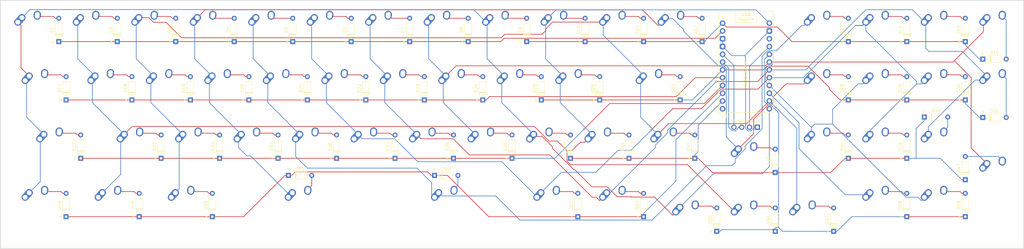
<source format=kicad_pcb>
(kicad_pcb (version 20221018) (generator pcbnew)
  (layers (0 "F.Cu" signal) (31 "B.Cu" signal) (34 "B.Paste" user) (35 "F.Paste" user) (36 "B.SilkS" user "B.Silkscreen") (37 "F.SilkS" user "F.Silkscreen") (38 "B.Mask" user) (39 "F.Mask" user) (44 "Edge.Cuts" user))
  (net 0 "")
  (net 1 "ROW8")
  (net 2 "Net-(D1-A)")
  (net 3 "Net-(D2-A)")
  (net 4 "Net-(D3-A)")
  (net 5 "Net-(D4-A)")
  (net 6 "Net-(D5-A)")
  (net 7 "Net-(D6-A)")
  (net 8 "Net-(D7-A)")
  (net 9 "Net-(D8-A)")
  (net 10 "Net-(D9-A)")
  (net 11 "Net-(D10-A)")
  (net 12 "Net-(D11-A)")
  (net 13 "Net-(D12-A)")
  (net 14 "Net-(D13-A)")
  (net 15 "Net-(D14-A)")
  (net 16 "Net-(D15-A)")
  (net 17 "Net-(D16-A)")
  (net 18 "Net-(D17-A)")
  (net 19 "Net-(D18-A)")
  (net 20 "Net-(D19-A)")
  (net 21 "Net-(D20-A)")
  (net 22 "Net-(D21-A)")
  (net 23 "Net-(D22-A)")
  (net 24 "Net-(D23-A)")
  (net 25 "Net-(D25-A)")
  (net 26 "Net-(D26-A)")
  (net 27 "Net-(D27-A)")
  (net 28 "Net-(D28-A)")
  (net 29 "Net-(D29-A)")
  (net 30 "Net-(D30-A)")
  (net 31 "Net-(D31-A)")
  (net 32 "Net-(D32-A)")
  (net 33 "Net-(D33-A)")
  (net 34 "Net-(D34-A)")
  (net 35 "Net-(D35-A)")
  (net 36 "Net-(D36-A)")
  (net 37 "Net-(D37-A)")
  (net 38 "Net-(D38-A)")
  (net 39 "Net-(D39-A)")
  (net 40 "Net-(D40-A)")
  (net 41 "Net-(D41-A)")
  (net 42 "Net-(D42-A)")
  (net 43 "Net-(D43-A)")
  (net 44 "Net-(D44-A)")
  (net 45 "Net-(D45-A)")
  (net 46 "Net-(D47-A)")
  (net 47 "Net-(D48-A)")
  (net 48 "Net-(D49-A)")
  (net 49 "Net-(D50-A)")
  (net 50 "Net-(D51-A)")
  (net 51 "Net-(D52-A)")
  (net 52 "Net-(D53-A)")
  (net 53 "Net-(D54-A)")
  (net 54 "Net-(D55-A)")
  (net 55 "Net-(D57-A)")
  (net 56 "Net-(D58-A)")
  (net 57 "Net-(D59-A)")
  (net 58 "COL1")
  (net 59 "COL2")
  (net 60 "COL3")
  (net 61 "COL4")
  (net 62 "COL5")
  (net 63 "COL6")
  (net 64 "COL7")
  (net 65 "COL8")
  (net 66 "GND")
  (net 67 "SDA")
  (net 68 "SCL")
  (net 69 "ROW6")
  (net 70 "ROW3")
  (net 72 "VCC")
  (net 73 "ROW2")
  (net 74 "ROW5")
  (net 75 "ROW1")
  (net 76 "ROW4")
  (net 77 "Net-(D24-A)")
  (net 78 "Net-(D46-A)")
  (net 79 "Net-(D56-A)")
  (net 80 "ROW7")
  (footprint "Diode_THT:D_DO-35_SOD27_P7.62mm_Horizontal" (layer "F.Cu") (at 64.2938 108.7287 90)
    (fp_text reference "D1")
    (fp_text value "1N4148")
  )
  (footprint "Diode_THT:D_DO-35_SOD27_P7.62mm_Horizontal" (layer "F.Cu") (at 139.065 152.4)
    (fp_text reference "D51")
    (fp_text value "1N4148")
  )
  (footprint "MX:MX-Alps-Hybrid-1U" (layer "F.Cu") (at 330.9938 143.0187)
    (fp_text reference "MX45")
    (fp_text value "MX")
  )
  (footprint "Diode_THT:D_DO-35_SOD27_P7.62mm_Horizontal" (layer "F.Cu") (at 321.4688 146.8287 90)
    (fp_text reference "D44")
    (fp_text value "1N4148")
  )
  (footprint "MX:MX-Alps-Hybrid-1U" (layer "F.Cu") (at 264.3188 104.9187)
    (fp_text reference "MX12")
    (fp_text value "MX")
  )
  (footprint "MX:MX-Alps-Hybrid-1.75U" (layer "F.Cu") (at 257.175 123.9687)
    (fp_text reference "MX27")
    (fp_text value "MX")
  )
  (footprint "MX:MX-Alps-Hybrid-1U" (layer "F.Cu") (at 226.2188 104.9187)
    (fp_text reference "MX10")
    (fp_text value "MX")
  )
  (footprint "MX:MX-Alps-Hybrid-1U" (layer "F.Cu") (at 173.8313 123.9687)
    (fp_text reference "MX23")
    (fp_text value "MX")
  )
  (footprint "Diode_THT:D_DO-35_SOD27_P7.62mm_Horizontal" (layer "F.Cu") (at 183.3563 127.7787 90)
    (fp_text reference "D23")
    (fp_text value "1N4148")
  )
  (footprint "MX:MX-Alps-Hybrid-1U" (layer "F.Cu") (at 350.0438 123.9687)
    (fp_text reference "MX30")
    (fp_text value "MX")
  )
  (footprint "MX:MX-Alps-Hybrid-1U" (layer "F.Cu") (at 116.6813 123.9687)
    (fp_text reference "MX20")
    (fp_text value "MX")
  )
  (footprint "MX:MX-Alps-Hybrid-1U" (layer "F.Cu") (at 269.0813 166.8312)
    (fp_text reference "MX55")
    (fp_text value "MX")
  )
  (footprint "MX:MX-Alps-Hybrid-1U" (layer "F.Cu") (at 135.7313 123.9687)
    (fp_text reference "MX21")
    (fp_text value "MX")
  )
  (footprint "Diode_THT:D_DO-35_SOD27_P7.62mm_Horizontal" (layer "F.Cu") (at 266.7 127.7787 90)
    (fp_text reference "D27")
    (fp_text value "1N4148")
  )
  (footprint "Diode_THT:D_DO-35_SOD27_P7.62mm_Horizontal" (layer "F.Cu") (at 273.8438 108.7287 90)
    (fp_text reference "D12")
    (fp_text value "1N4148")
  )
  (footprint "MX:MX-Alps-Hybrid-1U" (layer "F.Cu") (at 350.0438 162.0687)
    (fp_text reference "MX59")
    (fp_text value "MX")
  )
  (footprint "Diode_THT:D_DO-35_SOD27_P7.62mm_Horizontal" (layer "F.Cu") (at 340.5188 165.8787 90)
    (fp_text reference "D58")
    (fp_text value "1N4148")
  )
  (footprint "Diode_THT:D_DO-35_SOD27_P7.62mm_Horizontal" (layer "F.Cu") (at 71.4375 146.8287 90)
    (fp_text reference "D32")
    (fp_text value "1N4148")
  )
  (footprint "Diode_THT:D_DO-35_SOD27_P7.62mm_Horizontal" (layer "F.Cu") (at 173.8313 146.8287 90)
    (fp_text reference "D37")
    (fp_text value "1N4148")
  )
  (footprint "MX:MX-Alps-Hybrid-1U" (layer "F.Cu") (at 164.3063 143.0187)
    (fp_text reference "MX37")
    (fp_text value "MX")
  )
  (footprint "MX:MX-Alps-Hybrid-1.25U" (layer "F.Cu") (at 57.15 123.9687)
    (fp_text reference "MX17")
    (fp_text value "MX")
  )
  (footprint "Diode_THT:D_DO-35_SOD27_P7.62mm_Horizontal" (layer "F.Cu") (at 297.6563 170.6412 90)
    (fp_text reference "D56")
    (fp_text value "1N4148")
  )
  (footprint "MX:MX-Alps-Hybrid-1.25U" (layer "F.Cu") (at 104.775 162.0687)
    (fp_text reference "MX50")
    (fp_text value "MX")
  )
  (footprint "Diode_THT:D_DO-35_SOD27_P7.62mm_Horizontal" (layer "F.Cu") (at 178.5938 108.7287 90)
    (fp_text reference "D7")
    (fp_text value "1N4148")
  )
  (footprint "MX:MX-Alps-Hybrid-1.25U" (layer "F.Cu") (at 245.2688 162.0687)
    (fp_text reference "MX54")
    (fp_text value "MX")
  )
  (footprint "MX:MX-Alps-Hybrid-1.25U" (layer "F.Cu") (at 223.8375 162.0687)
    (fp_text reference "MX53")
    (fp_text value "MX")
  )
  (footprint "MX:MX-Alps-Hybrid-1U" (layer "F.Cu") (at 183.3563 143.0187)
    (fp_text reference "MX38")
    (fp_text value "MX")
  )
  (footprint "Diode_THT:D_DO-35_SOD27_P7.62mm_Horizontal" (layer "F.Cu") (at 126.2063 127.7787 90)
    (fp_text reference "D20")
    (fp_text value "1N4148")
  )
  (footprint "Diode_THT:D_DO-35_SOD27_P7.62mm_Horizontal" (layer "F.Cu") (at 159.5438 108.7287 90)
    (fp_text reference "D6")
    (fp_text value "1N4148")
  )
  (footprint "Diode_THT:D_DO-35_SOD27_P7.62mm_Horizontal" (layer "F.Cu") (at 359.5688 153.8287 90)
    (fp_text reference "D47")
    (fp_text value "1N4148")
  )
  (footprint "Diode_THT:D_DO-35_SOD27_P7.62mm_Horizontal" (layer "F.Cu") (at 145.2563 127.7787 90)
    (fp_text reference "D21")
    (fp_text value "1N4148")
  )
  (footprint "MX:MX-Alps-Hybrid-1U" (layer "F.Cu") (at 369.0938 152.5437)
    (fp_text reference "MX47")
    (fp_text value "MX")
  )
  (footprint "Diode_THT:D_DO-35_SOD27_P7.62mm_Horizontal" (layer "F.Cu") (at 186.69 152.4)
    (fp_text reference "D52")
    (fp_text value "1N4148")
  )
  (footprint "MX:MX-Alps-Hybrid-1U" (layer "F.Cu") (at 130.9688 104.9187)
    (fp_text reference "MX5")
    (fp_text value "MX")
  )
  (footprint "Diode_THT:D_DO-35_SOD27_P7.62mm_Horizontal" (layer "F.Cu") (at 250.0313 146.8287 90)
    (fp_text reference "D41")
    (fp_text value "1N4148")
  )
  (footprint "Diode_THT:D_DO-35_SOD27_P7.62mm_Horizontal" (layer "F.Cu") (at 271.4625 146.8287 90)
    (fp_text reference "D42")
    (fp_text value "1N4148")
  )
  (footprint "Diode_THT:D_DO-35_SOD27_P7.62mm_Horizontal" (layer "F.Cu") (at 240.5063 127.7787 90)
    (fp_text reference "D26")
    (fp_text value "1N4148")
  )
  (footprint "Diode_THT:D_DO-35_SOD27_P7.62mm_Horizontal" (layer "F.Cu") (at 164.3063 127.7787 90)
    (fp_text reference "D22")
    (fp_text value "1N4148")
  )
  (footprint "Diode_THT:D_DO-35_SOD27_P7.62mm_Horizontal" (layer "F.Cu") (at 114.3 165.8787 90)
    (fp_text reference "D50")
    (fp_text value "1N4148")
  )
  (footprint "MX:MX-Alps-Hybrid-1U" (layer "F.Cu") (at 202.4063 143.0187)
    (fp_text reference "MX39")
    (fp_text value "MX")
  )
  (footprint "Diode_THT:D_DO-35_SOD27_P7.62mm_Horizontal" (layer "F.Cu") (at 66.675 127.7787 90)
    (fp_text reference "D17")
    (fp_text value "1N4148")
  )
  (footprint "MX:MX-Alps-Hybrid-1U" (layer "F.Cu") (at 107.1563 143.0187)
    (fp_text reference "MX34")
    (fp_text value "MX")
  )
  (footprint "Diode_THT:D_DO-35_SOD27_P7.62mm_Horizontal" (layer "F.Cu") (at 90.4875 165.8787 90)
    (fp_text reference "D49")
    (fp_text value "1N4148")
  )
  (footprint "Diode_THT:D_DO-35_SOD27_P7.62mm_Horizontal" (layer "F.Cu") (at 346.2338 133.35)
    (fp_text reference "D46")
    (fp_text value "1N4148")
  )
  (footprint "Diode_THT:D_DO-35_SOD27_P7.62mm_Horizontal" (layer "F.Cu") (at 233.3625 165.8787 90)
    (fp_text reference "D53")
    (fp_text value "1N4148")
  )
  (footprint "Diode_THT:D_DO-35_SOD27_P7.62mm_Horizontal" (layer "F.Cu") (at 254.7938 108.7287 90)
    (fp_text reference "D11")
    (fp_text value "1N4148")
  )
  (footprint "Diode_THT:D_DO-35_SOD27_P7.62mm_Horizontal" (layer "F.Cu") (at 365.2838 133.4937)
    (fp_text reference "D31")
    (fp_text value "1N4148")
  )
  (footprint "MX:MX-Alps-Hybrid-1U" (layer "F.Cu") (at 330.9938 162.0687)
    (fp_text reference "MX58")
    (fp_text value "MX")
  )
  (footprint "Diode_THT:D_DO-35_SOD27_P7.62mm_Horizontal" (layer "F.Cu") (at 211.9313 146.8287 90)
    (fp_text reference "D39")
    (fp_text value "1N4148")
  )
  (footprint "Diode_THT:D_DO-35_SOD27_P7.62mm_Horizontal" (layer "F.Cu") (at 321.4688 127.7787 90)
    (fp_text reference "D28")
    (fp_text value "1N4148")
  )
  (footprint "MX:MX-Alps-Hybrid-1.25U" (layer "F.Cu") (at 80.9625 162.0687)
    (fp_text reference "MX49")
    (fp_text value "MX")
  )
  (footprint "Diode_THT:D_DO-35_SOD27_P7.62mm_Horizontal" (layer "F.Cu") (at 365.2838 114.4437)
    (fp_text reference "D16")
    (fp_text value "1N4148")
  )
  (footprint "MX:MX-Alps-Hybrid-1U" (layer "F.Cu") (at 54.7688 104.9187)
    (fp_text reference "MX1")
    (fp_text value "MX")
  )
  (footprint "MX:MX-Alps-Hybrid-1U" (layer "F.Cu") (at 350.0438 104.9187)
    (fp_text reference "MX15")
    (fp_text value "MX")
  )
  (footprint "Diode_THT:D_DO-35_SOD27_P7.62mm_Horizontal" (layer "F.Cu") (at 221.4563 127.7787 90)
    (fp_text reference "D25")
    (fp_text value "1N4148")
  )
  (footprint "MX:MX-Alps-Hybrid-1.25U" (layer "F.Cu") (at 57.15 162.0687)
    (fp_text reference "MX48")
    (fp_text value "MX")
  )
  (footprint "MX:MX-Alps-Hybrid-1U" (layer "F.Cu") (at 369.0938 123.9687)
    (fp_text reference "MX31")
    (fp_text value "MX")
  )
  (footprint "Diode_THT:D_DO-35_SOD27_P7.62mm_Horizontal" (layer "F.Cu") (at 140.4938 108.7287 90)
    (fp_text reference "D5")
    (fp_text value "1N4148")
  )
  (footprint "MX:MX-Alps-Hybrid-1U" (layer "F.Cu") (at 150.0188 104.9187)
    (fp_text reference "MX6")
    (fp_text value "MX")
  )
  (footprint "MX:MX-Alps-Hybrid-1U" (layer "F.Cu") (at 230.9813 123.9687)
    (fp_text reference "MX26")
    (fp_text value "MX")
  )
  (footprint "MX:MX-Alps-Hybrid-1U" (layer "F.Cu") (at 126.2063 143.0187)
    (fp_text reference "MX35")
    (fp_text value "MX")
  )
  (footprint "MX:MX-Alps-Hybrid-1U" (layer "F.Cu") (at 145.2563 143.0187)
    (fp_text reference "MX36")
    (fp_text value "MX")
  )
  (footprint "MX:MX-Alps-Hybrid-2.25U-ReversedStabilizers" (layer "F.Cu") (at 190.5 162.0687)
    (fp_text reference "MX52")
    (fp_text value "MX")
  )
  (footprint "Diode_THT:D_DO-35_SOD27_P7.62mm_Horizontal" (layer "F.Cu") (at 359.5688 165.8787 90)
    (fp_text reference "D59")
    (fp_text value "1N4148")
  )
  (footprint "Diode_THT:D_DO-35_SOD27_P7.62mm_Horizontal" (layer "F.Cu") (at 107.1563 127.7787 90)
    (fp_text reference "D19")
    (fp_text value "1N4148")
  )
  (footprint "MX:MX-Alps-Hybrid-1.75U" (layer "F.Cu") (at 61.9125 143.0187)
    (fp_text reference "MX32")
    (fp_text value "MX")
  )
  (footprint "Diode_THT:D_DO-35_SOD27_P7.62mm_Horizontal" (layer "F.Cu") (at 340.5188 146.8287 90)
    (fp_text reference "D45")
    (fp_text value "1N4148")
  )
  (footprint "Diode_THT:D_DO-35_SOD27_P7.62mm_Horizontal" (layer "F.Cu") (at 278.6063 170.6412 90)
    (fp_text reference "D55")
    (fp_text value "1N4148")
  )
  (footprint "Diode_THT:D_DO-35_SOD27_P7.62mm_Horizontal" (layer "F.Cu") (at 88.1063 127.7787 90)
    (fp_text reference "D18")
    (fp_text value "1N4148")
  )
  (footprint "Diode_THT:D_DO-35_SOD27_P7.62mm_Horizontal" (layer "F.Cu") (at 154.7813 146.8287 90)
    (fp_text reference "D36")
    (fp_text value "1N4148")
  )
  (footprint "Diode_THT:D_DO-35_SOD27_P7.62mm_Horizontal" (layer "F.Cu") (at 216.6938 108.7287 90)
    (fp_text reference "D9")
    (fp_text value "1N4148")
  )
  (footprint "MX:MX-Alps-Hybrid-1U" (layer "F.Cu") (at 311.9438 123.9687)
    (fp_text reference "MX28")
    (fp_text value "MX")
  )
  (footprint "MX:MX-Alps-Hybrid-1U" (layer "F.Cu") (at 78.5813 123.9687)
    (fp_text reference "MX18")
    (fp_text value "MX")
  )
  (footprint "MX:MX-Alps-Hybrid-1U" (layer "F.Cu") (at 330.9938 123.9687)
    (fp_text reference "MX29")
    (fp_text value "MX")
  )
  (footprint "MX:MX-Alps-Hybrid-1U" (layer "F.Cu") (at 221.4563 143.0187)
    (fp_text reference "MX40")
    (fp_text value "MX")
  )
  (footprint "MX:MX-Alps-Hybrid-1U" (layer "F.Cu") (at 192.8813 123.9687)
    (fp_text reference "MX24")
    (fp_text value "MX")
  )
  (footprint "Diode_THT:D_DO-35_SOD27_P7.62mm_Horizontal" (layer "F.Cu") (at 321.4688 108.7287 90)
    (fp_text reference "D13")
    (fp_text value "1N4148")
  )
  (footprint "Diode_THT:D_DO-35_SOD27_P7.62mm_Horizontal" (layer "F.Cu") (at 197.6438 108.7287 90)
    (fp_text reference "D8")
    (fp_text value "1N4148")
  )
  (footprint "MX:MX-Alps-Hybrid-1U" (layer "F.Cu") (at 288.1313 166.8312)
    (fp_text reference "MX56")
    (fp_text value "MX")
  )
  (footprint "Diode_THT:D_DO-35_SOD27_P7.62mm_Horizontal" (layer "F.Cu") (at 340.5188 127.7787 90)
    (fp_text reference "D29")
    (fp_text value "1N4148")
  )
  (footprint "MX:MX-Alps-Hybrid-1U" (layer "F.Cu") (at 169.0688 104.9187)
    (fp_text reference "MX7")
    (fp_text value "MX")
  )
  (footprint "Diode_THT:D_DO-35_SOD27_P7.62mm_Horizontal" (layer "F.Cu") (at 97.6313 146.8287 90)
    (fp_text reference "D33")
    (fp_text value "1N4148")
  )
  (footprint "MX:MX-Alps-Hybrid-1U" (layer "F.Cu") (at 311.9438 104.9187)
    (fp_text reference "MX13")
    (fp_text value "MX")
  )
  (footprint "Diode_THT:D_DO-35_SOD27_P7.62mm_Horizontal" (layer "F.Cu") (at 116.6813 146.8287 90)
    (fp_text reference "D34")
    (fp_text value "1N4148")
  )
  (footprint "Diode_THT:D_DO-35_SOD27_P7.62mm_Horizontal" (layer "F.Cu") (at 359.5688 108.7287 90)
    (fp_text reference "D15")
    (fp_text value "1N4148")
  )
  (footprint "Diode_THT:D_DO-35_SOD27_P7.62mm_Horizontal" (layer "F.Cu") (at 202.4063 127.7787 90)
    (fp_text reference "D24")
    (fp_text value "1N4148")
  )
  (footprint "MX:MX-Alps-Hybrid-1U" (layer "F.Cu") (at 188.1188 104.9187)
    (fp_text reference "MX8")
    (fp_text value "MX")
  )
  (footprint "Diode_THT:D_DO-35_SOD27_P7.62mm_Horizontal" (layer "F.Cu") (at 297.6563 151.4475 90)
    (fp_text reference "D43")
    (fp_text value "1N4148")
  )
  (footprint "Diode_THT:D_DO-35_SOD27_P7.62mm_Horizontal" (layer "F.Cu") (at 340.5188 108.7287 90)
    (fp_text reference "D14")
    (fp_text value "1N4148")
  )
  (footprint "Diode_THT:D_DO-35_SOD27_P7.62mm_Horizontal" (layer "F.Cu") (at 121.4438 108.7287 90)
    (fp_text reference "D4")
    (fp_text value "1N4148")
  )
  (footprint "MX:MX-Alps-Hybrid-1U" (layer "F.Cu") (at 330.9938 104.9187)
    (fp_text reference "MX14")
    (fp_text value "MX")
  )
  (footprint "MX:MX-Alps-Hybrid-1U" (layer "F.Cu") (at 154.7813 123.9687)
    (fp_text reference "MX22")
    (fp_text value "MX")
  )
  (footprint "PCM_marbastlib-xp-promicroish:ProMicro_USBup" (layer "F.Cu") (at 288.1313 116.6812)
    (fp_text reference "U1")
    (fp_text value "ProMicro")
  )
  (footprint "Diode_THT:D_DO-35_SOD27_P7.62mm_Horizontal" (layer "F.Cu") (at 316.7063 170.6412 90)
    (fp_text reference "D57")
    (fp_text value "1N4148")
  )
  (footprint "MX:MX-Alps-Hybrid-1U" (layer "F.Cu") (at 245.2688 104.9187)
    (fp_text reference "MX11")
    (fp_text value "MX")
  )
  (footprint "Diode_THT:D_DO-35_SOD27_P7.62mm_Horizontal" (layer "F.Cu") (at 359.5688 127.7787 90)
    (fp_text reference "D30")
    (fp_text value "1N4148")
  )
  (footprint "MX:MX-Alps-Hybrid-1U" (layer "F.Cu") (at 311.9438 143.0187)
    (fp_text reference "MX44")
    (fp_text value "MX")
  )
  (footprint "MX:MX-Alps-Hybrid-1U" (layer "F.Cu") (at 288.1313 147.7812)
    (fp_text reference "MX43")
    (fp_text value "MX")
  )
  (footprint "Diode_THT:D_DO-35_SOD27_P7.62mm_Horizontal" (layer "F.Cu") (at 102.3938 108.7287 90)
    (fp_text reference "D3")
    (fp_text value "1N4148")
  )
  (footprint "MX:MX-Alps-Hybrid-1U" (layer "F.Cu") (at 240.5063 143.0187)
    (fp_text reference "MX41")
    (fp_text value "MX")
  )
  (footprint "Diode_THT:D_DO-35_SOD27_P7.62mm_Horizontal" (layer "F.Cu") (at 230.9813 146.8287 90)
    (fp_text reference "D40")
    (fp_text value "1N4148")
  )
  (footprint "MX:MX-Alps-Hybrid-1U" (layer "F.Cu") (at 211.9313 123.9687)
    (fp_text reference "MX25")
    (fp_text value "MX")
  )
  (footprint "MX:MX-Alps-Hybrid-1U" (layer "F.Cu") (at 350.0438 143.0187)
    (fp_text reference "MX46")
    (fp_text value "MX")
  )
  (footprint "OLED:SSD1306-0.91-OLED-4pin-128x32" (layer "F.Cu") (at 294.0163 100.1775 -90)
    (fp_text reference "J1")
    (fp_text value "Conn_01x04_Socket")
  )
  (footprint "MX:MX-Alps-Hybrid-1U" (layer "F.Cu") (at 73.8188 104.9187)
    (fp_text reference "MX2")
    (fp_text value "MX")
  )
  (footprint "MX:MX-Alps-Hybrid-1.25U" (layer "F.Cu") (at 261.9375 143.0187)
    (fp_text reference "MX42")
    (fp_text value "MX")
  )
  (footprint "Diode_THT:D_DO-35_SOD27_P7.62mm_Horizontal" (layer "F.Cu") (at 83.3438 108.7287 90)
    (fp_text reference "D2")
    (fp_text value "1N4148")
  )
  (footprint "MX:MX-Alps-Hybrid-1U" (layer "F.Cu") (at 307.1813 166.8312)
    (fp_text reference "MX57")
    (fp_text value "MX")
  )
  (footprint "Diode_THT:D_DO-35_SOD27_P7.62mm_Horizontal" (layer "F.Cu") (at 66.675 165.8787 90)
    (fp_text reference "D48")
    (fp_text value "1N4148")
  )
  (footprint "MX:MX-Alps-Hybrid-1U" (layer "F.Cu") (at 97.6313 123.9687)
    (fp_text reference "MX19")
    (fp_text value "MX")
  )
  (footprint "Diode_THT:D_DO-35_SOD27_P7.62mm_Horizontal" (layer "F.Cu") (at 254.7938 165.8787 90)
    (fp_text reference "D54")
    (fp_text value "1N4148")
  )
  (footprint "Diode_THT:D_DO-35_SOD27_P7.62mm_Horizontal" (layer "F.Cu") (at 235.7438 108.7287 90)
    (fp_text reference "D10")
    (fp_text value "1N4148")
  )
  (footprint "MX:MX-Alps-Hybrid-1U" (layer "F.Cu") (at 369.0938 104.9187)
    (fp_text reference "MX16")
    (fp_text value "MX")
  )
  (footprint "MX:MX-Alps-Hybrid-1U" (layer "F.Cu") (at 88.1063 143.0187)
    (fp_text reference "MX33")
    (fp_text value "MX")
  )
  (footprint "Diode_THT:D_DO-35_SOD27_P7.62mm_Horizontal" (layer "F.Cu") (at 192.8813 146.8287 90)
    (fp_text reference "D38")
    (fp_text value "1N4148")
  )
  (footprint "MX:MX-Alps-Hybrid-2.75U-ReversedStabilizers" (layer "F.Cu") (at 142.875 162.0687)
    (fp_text reference "MX51")
    (fp_text value "MX")
  )
  (footprint "MX:MX-Alps-Hybrid-1U" (layer "F.Cu") (at 92.8688 104.9187)
    (fp_text reference "MX3")
    (fp_text value "MX")
  )
  (footprint "Diode_THT:D_DO-35_SOD27_P7.62mm_Horizontal" (layer "F.Cu") (at 135.7313 146.8287 90)
    (fp_text reference "D35")
    (fp_text value "1N4148")
  )
  (footprint "MX:MX-Alps-Hybrid-1U" (layer "F.Cu") (at 111.9188 104.9187)
    (fp_text reference "MX4")
    (fp_text value "MX")
  )
  (footprint "MX:MX-Alps-Hybrid-1U" (layer "F.Cu") (at 207.1688 104.9187)
    (fp_text reference "MX9")
    (fp_text value "MX")
  )
  (gr_line (start 45.24375 176.2125) (end 378.61875 176.2125) (stroke (width 0.2)) (layer "Edge.Cuts"))
  (gr_line (start 45.24375 176.2125) (end 45.24375 95.25) (stroke (width 0.2)) (layer "Edge.Cuts"))
  (gr_line (start 378.61875 176.2125) (end 378.61875 95.25) (stroke (width 0.2)) (layer "Edge.Cuts"))
  (gr_line (start 45.24375 95.25) (end 378.61875 95.25) (stroke (width 0.2)) (layer "Edge.Cuts"))
  (segment (start 359.5688 165.8787) (end 340.5188 165.8787) (width 0.2) (layer "F.Cu") (net 1))
  (segment (start 316.7063 170.6412) (end 317.8082 170.6412) (width 0.2) (layer "B.Cu") (net 1))
  (segment (start 297.6563 170.0902) (end 280.2592 170.0902) (width 0.2) (layer "B.Cu") (net 1))
  (segment (start 297.6563 169.5393) (end 297.8384 169.3572) (width 0.2) (layer "B.Cu") (net 1))
  (segment (start 297.8384 169.3572) (end 298.7582 169.3572) (width 0.2) (layer "B.Cu") (net 1))
  (segment (start 294.1303 128.2599) (end 294.1303 114.4922) (width 0.2) (layer "B.Cu") (net 1))
  (segment (start 298.7582 131.9556) (end 296.2519 129.4493) (width 0.2) (layer "B.Cu") (net 1))
  (segment (start 298.7582 169.3572) (end 298.7582 131.9556) (width 0.2) (layer "B.Cu") (net 1))
  (segment (start 297.6563 170.0902) (end 297.6563 169.5393) (width 0.2) (layer "B.Cu") (net 1))
  (segment (start 317.8082 170.6412) (end 322.5707 165.8787) (width 0.2) (layer "B.Cu") (net 1))
  (segment (start 297.6563 170.6412) (end 297.6563 170.0902) (width 0.2) (layer "B.Cu") (net 1))
  (segment (start 278.6063 170.6412) (end 279.7082 170.6412) (width 0.2) (layer "B.Cu") (net 1))
  (segment (start 296.2519 129.4493) (end 295.3197 129.4493) (width 0.2) (layer "B.Cu") (net 1))
  (segment (start 298.7582 169.3572) (end 300.0422 170.6412) (width 0.2) (layer "B.Cu") (net 1))
  (segment (start 280.2592 170.0902) (end 279.7082 170.6412) (width 0.2) (layer "B.Cu") (net 1))
  (segment (start 300.0422 170.6412) (end 316.7063 170.6412) (width 0.2) (layer "B.Cu") (net 1))
  (segment (start 294.1303 114.4922) (end 295.7513 112.8712) (width 0.2) (layer "B.Cu") (net 1))
  (segment (start 295.3197 129.4493) (end 294.1303 128.2599) (width 0.2) (layer "B.Cu") (net 1))
  (segment (start 322.5707 165.8787) (end 340.5188 165.8787) (width 0.2) (layer "B.Cu") (net 1))
  (segment (start 62.6074 100.5242) (end 63.1919 101.1087) (width 0.2) (layer "F.Cu") (net 2))
  (segment (start 57.2688 100.4187) (end 58.7987 100.5242) (width 0.2) (layer "F.Cu") (net 2))
  (segment (start 58.7987 100.5242) (end 62.6074 100.5242) (width 0.2) (layer "F.Cu") (net 2))
  (segment (start 64.2938 101.1087) (end 63.1919 101.1087) (width 0.2) (layer "F.Cu") (net 2))
  (segment (start 57.3088 99.8387) (end 57.2688 99.8787) (width 0.2) (layer "B.Cu") (net 2))
  (segment (start 57.2688 99.8787) (end 57.2688 100.4187) (width 0.2) (layer "B.Cu") (net 2))
  (segment (start 76.3188 100.4187) (end 77.8487 100.5242) (width 0.2) (layer "F.Cu") (net 3))
  (segment (start 77.8487 100.5242) (end 81.6574 100.5242) (width 0.2) (layer "F.Cu") (net 3))
  (segment (start 83.3438 101.1087) (end 82.2419 101.1087) (width 0.2) (layer "F.Cu") (net 3))
  (segment (start 81.6574 100.5242) (end 82.2419 101.1087) (width 0.2) (layer "F.Cu") (net 3))
  (segment (start 76.3588 99.8387) (end 76.3188 99.8787) (width 0.2) (layer "B.Cu") (net 3))
  (segment (start 76.3188 99.8787) (end 76.3188 100.4187) (width 0.2) (layer "B.Cu") (net 3))
  (segment (start 96.8987 100.5242) (end 100.7074 100.5242) (width 0.2) (layer "F.Cu") (net 4))
  (segment (start 100.7074 100.5242) (end 101.2919 101.1087) (width 0.2) (layer "F.Cu") (net 4))
  (segment (start 102.3938 101.1087) (end 101.2919 101.1087) (width 0.2) (layer "F.Cu") (net 4))
  (segment (start 95.3688 100.4187) (end 96.8987 100.5242) (width 0.2) (layer "F.Cu") (net 4))
  (segment (start 95.3688 99.8787) (end 95.3688 100.4187) (width 0.2) (layer "B.Cu") (net 4))
  (segment (start 95.4088 99.8387) (end 95.3688 99.8787) (width 0.2) (layer "B.Cu") (net 4))
  (segment (start 121.4438 101.1087) (end 115.1088 101.1087) (width 0.2) (layer "F.Cu") (net 5))
  (segment (start 115.1088 101.1087) (end 114.4188 100.4187) (width 0.2) (layer "F.Cu") (net 5))
  (segment (start 114.4588 99.8387) (end 114.4188 99.8787) (width 0.2) (layer "B.Cu") (net 5))
  (segment (start 114.4188 99.8787) (end 114.4188 100.4187) (width 0.2) (layer "B.Cu") (net 5))
  (segment (start 133.4688 100.4187) (end 134.1588 101.1087) (width 0.2) (layer "F.Cu") (net 6))
  (segment (start 134.1588 101.1087) (end 140.4938 101.1087) (width 0.2) (layer "F.Cu") (net 6))
  (segment (start 133.4688 99.8787) (end 133.4688 100.4187) (width 0.2) (layer "B.Cu") (net 6))
  (segment (start 133.5088 99.8387) (end 133.4688 99.8787) (width 0.2) (layer "B.Cu") (net 6))
  (segment (start 159.5438 101.1087) (end 158.4419 101.1087) (width 0.2) (layer "F.Cu") (net 7))
  (segment (start 152.5188 100.4187) (end 154.0487 100.5242) (width 0.2) (layer "F.Cu") (net 7))
  (segment (start 154.0487 100.5242) (end 157.8574 100.5242) (width 0.2) (layer "F.Cu") (net 7))
  (segment (start 157.8574 100.5242) (end 158.4419 101.1087) (width 0.2) (layer "F.Cu") (net 7))
  (segment (start 152.5188 99.8787) (end 152.5188 100.4187) (width 0.2) (layer "B.Cu") (net 7))
  (segment (start 152.5588 99.8387) (end 152.5188 99.8787) (width 0.2) (layer "B.Cu") (net 7))
  (segment (start 178.5938 101.1087) (end 172.2588 101.1087) (width 0.2) (layer "F.Cu") (net 8))
  (segment (start 172.2588 101.1087) (end 171.5688 100.4187) (width 0.2) (layer "F.Cu") (net 8))
  (segment (start 171.6088 99.8387) (end 171.5688 99.8787) (width 0.2) (layer "B.Cu") (net 8))
  (segment (start 171.5688 99.8787) (end 171.5688 100.4187) (width 0.2) (layer "B.Cu") (net 8))
  (segment (start 197.6438 101.1087) (end 191.3088 101.1087) (width 0.2) (layer "F.Cu") (net 9))
  (segment (start 191.3088 101.1087) (end 190.6188 100.4187) (width 0.2) (layer "F.Cu") (net 9))
  (segment (start 190.6188 99.8787) (end 190.6188 100.4187) (width 0.2) (layer "B.Cu") (net 9))
  (segment (start 190.6588 99.8387) (end 190.6188 99.8787) (width 0.2) (layer "B.Cu") (net 9))
  (segment (start 216.6938 101.1087) (end 210.3588 101.1087) (width 0.2) (layer "F.Cu") (net 10))
  (segment (start 210.3588 101.1087) (end 209.6688 100.4187) (width 0.2) (layer "F.Cu") (net 10))
  (segment (start 209.7088 99.8387) (end 209.6688 99.8787) (width 0.2) (layer "B.Cu") (net 10))
  (segment (start 209.6688 99.8787) (end 209.6688 100.4187) (width 0.2) (layer "B.Cu") (net 10))
  (segment (start 228.7188 100.4187) (end 229.4088 101.1087) (width 0.2) (layer "F.Cu") (net 11))
  (segment (start 228.7188 99.8787) (end 228.7188 100.4187) (width 0.2) (layer "F.Cu") (net 11))
  (segment (start 228.7588 99.8387) (end 228.7188 99.8787) (width 0.2) (layer "F.Cu") (net 11))
  (segment (start 229.4088 101.1087) (end 235.7438 101.1087) (width 0.2) (layer "F.Cu") (net 11))
  (segment (start 253.1074 100.5242) (end 253.6919 101.1087) (width 0.2) (layer "F.Cu") (net 12))
  (segment (start 254.7938 101.1087) (end 253.6919 101.1087) (width 0.2) (layer "F.Cu") (net 12))
  (segment (start 249.2987 100.5242) (end 253.1074 100.5242) (width 0.2) (layer "F.Cu") (net 12))
  (segment (start 247.7688 100.4187) (end 249.2987 100.5242) (width 0.2) (layer "F.Cu") (net 12))
  (segment (start 247.7688 99.8787) (end 247.7688 100.4187) (width 0.2) (layer "B.Cu") (net 12))
  (segment (start 247.8088 99.8387) (end 247.7688 99.8787) (width 0.2) (layer "B.Cu") (net 12))
  (segment (start 273.8438 101.1087) (end 272.7419 101.1087) (width 0.2) (layer "F.Cu") (net 13))
  (segment (start 272.1574 100.5242) (end 272.7419 101.1087) (width 0.2) (layer "F.Cu") (net 13))
  (segment (start 268.3487 100.5242) (end 272.1574 100.5242) (width 0.2) (layer "F.Cu") (net 13))
  (segment (start 266.8188 100.4187) (end 268.3487 100.5242) (width 0.2) (layer "F.Cu") (net 13))
  (segment (start 266.8588 99.8387) (end 266.8188 99.8787) (width 0.2) (layer "B.Cu") (net 13))
  (segment (start 266.8188 99.8787) (end 266.8188 100.4187) (width 0.2) (layer "B.Cu") (net 13))
  (segment (start 321.4688 101.1087) (end 320.3669 101.1087) (width 0.2) (layer "F.Cu") (net 14))
  (segment (start 319.7824 100.5242) (end 320.3669 101.1087) (width 0.2) (layer "F.Cu") (net 14))
  (segment (start 315.9737 100.5242) (end 319.7824 100.5242) (width 0.2) (layer "F.Cu") (net 14))
  (segment (start 314.4438 100.4187) (end 315.9737 100.5242) (width 0.2) (layer "F.Cu") (net 14))
  (segment (start 314.4438 99.8787) (end 314.4438 100.4187) (width 0.2) (layer "B.Cu") (net 14))
  (segment (start 314.4838 99.8387) (end 314.4438 99.8787) (width 0.2) (layer "B.Cu") (net 14))
  (segment (start 333.4938 100.4187) (end 335.0237 100.5242) (width 0.2) (layer "F.Cu") (net 15))
  (segment (start 338.8324 100.5242) (end 339.4169 101.1087) (width 0.2) (layer "F.Cu") (net 15))
  (segment (start 340.5188 101.1087) (end 339.4169 101.1087) (width 0.2) (layer "F.Cu") (net 15))
  (segment (start 335.0237 100.5242) (end 338.8324 100.5242) (width 0.2) (layer "F.Cu") (net 15))
  (segment (start 333.4938 99.8787) (end 333.4938 100.4187) (width 0.2) (layer "B.Cu") (net 15))
  (segment (start 333.5338 99.8387) (end 333.4938 99.8787) (width 0.2) (layer "B.Cu") (net 15))
  (segment (start 357.8824 100.5242) (end 358.4669 101.1087) (width 0.2) (layer "F.Cu") (net 16))
  (segment (start 359.5688 101.1087) (end 358.4669 101.1087) (width 0.2) (layer "F.Cu") (net 16))
  (segment (start 354.0737 100.5242) (end 357.8824 100.5242) (width 0.2) (layer "F.Cu") (net 16))
  (segment (start 352.5438 100.4187) (end 354.0737 100.5242) (width 0.2) (layer "F.Cu") (net 16))
  (segment (start 352.5438 99.8787) (end 352.5438 100.4187) (width 0.2) (layer "B.Cu") (net 16))
  (segment (start 352.5838 99.8387) (end 352.5438 99.8787) (width 0.2) (layer "B.Cu") (net 16))
  (segment (start 371.5938 100.4187) (end 372.9038 101.7287) (width 0.2) (layer "B.Cu") (net 17))
  (segment (start 371.6338 99.8387) (end 371.5938 99.8787) (width 0.2) (layer "B.Cu") (net 17))
  (segment (start 371.5938 99.8787) (end 371.5938 100.4187) (width 0.2) (layer "B.Cu") (net 17))
  (segment (start 372.9038 101.7287) (end 372.9038 114.4437) (width 0.2) (layer "B.Cu") (net 17))
  (segment (start 59.65 119.4687) (end 61.1799 119.5742) (width 0.2) (layer "F.Cu") (net 18))
  (segment (start 61.1799 119.5742) (end 64.9886 119.5742) (width 0.2) (layer "F.Cu") (net 18))
  (segment (start 64.9886 119.5742) (end 65.5731 120.1587) (width 0.2) (layer "F.Cu") (net 18))
  (segment (start 66.675 120.1587) (end 65.5731 120.1587) (width 0.2) (layer "F.Cu") (net 18))
  (segment (start 59.65 118.9287) (end 59.65 119.4687) (width 0.2) (layer "B.Cu") (net 18))
  (segment (start 59.69 118.8887) (end 59.65 118.9287) (width 0.2) (layer "B.Cu") (net 18))
  (segment (start 86.4199 119.5742) (end 87.0044 120.1587) (width 0.2) (layer "F.Cu") (net 19))
  (segment (start 88.1063 120.1587) (end 87.0044 120.1587) (width 0.2) (layer "F.Cu") (net 19))
  (segment (start 82.6112 119.5742) (end 86.4199 119.5742) (width 0.2) (layer "F.Cu") (net 19))
  (segment (start 81.0813 119.4687) (end 82.6112 119.5742) (width 0.2) (layer "F.Cu") (net 19))
  (segment (start 81.1213 118.8887) (end 81.0813 118.9287) (width 0.2) (layer "B.Cu") (net 19))
  (segment (start 81.0813 118.9287) (end 81.0813 119.4687) (width 0.2) (layer "B.Cu") (net 19))
  (segment (start 101.6612 119.5742) (end 105.4699 119.5742) (width 0.2) (layer "F.Cu") (net 20))
  (segment (start 105.4699 119.5742) (end 106.0544 120.1587) (width 0.2) (layer "F.Cu") (net 20))
  (segment (start 100.1313 119.4687) (end 101.6612 119.5742) (width 0.2) (layer "F.Cu") (net 20))
  (segment (start 107.1563 120.1587) (end 106.0544 120.1587) (width 0.2) (layer "F.Cu") (net 20))
  (segment (start 100.1713 118.8887) (end 100.1313 118.9287) (width 0.2) (layer "B.Cu") (net 20))
  (segment (start 100.1313 118.9287) (end 100.1313 119.4687) (width 0.2) (layer "B.Cu") (net 20))
  (segment (start 126.2063 120.1587) (end 125.1044 120.1587) (width 0.2) (layer "F.Cu") (net 21))
  (segment (start 124.5199 119.5742) (end 125.1044 120.1587) (width 0.2) (layer "F.Cu") (net 21))
  (segment (start 120.7112 119.5742) (end 124.5199 119.5742) (width 0.2) (layer "F.Cu") (net 21))
  (segment (start 119.1813 119.4687) (end 120.7112 119.5742) (width 0.2) (layer "F.Cu") (net 21))
  (segment (start 119.1813 118.9287) (end 119.1813 119.4687) (width 0.2) (layer "B.Cu") (net 21))
  (segment (start 119.2213 118.8887) (end 119.1813 118.9287) (width 0.2) (layer "B.Cu") (net 21))
  (segment (start 145.2563 120.1587) (end 144.1544 120.1587) (width 0.2) (layer "F.Cu") (net 22))
  (segment (start 143.5699 119.5742) (end 144.1544 120.1587) (width 0.2) (layer "F.Cu") (net 22))
  (segment (start 138.2313 119.4687) (end 139.7612 119.5742) (width 0.2) (layer "F.Cu") (net 22))
  (segment (start 139.7612 119.5742) (end 143.5699 119.5742) (width 0.2) (layer "F.Cu") (net 22))
  (segment (start 138.2713 118.8887) (end 138.2313 118.9287) (width 0.2) (layer "B.Cu") (net 22))
  (segment (start 138.2313 118.9287) (end 138.2313 119.4687) (width 0.2) (layer "B.Cu") (net 22))
  (segment (start 157.2813 119.4687) (end 158.8112 119.5742) (width 0.2) (layer "F.Cu") (net 23))
  (segment (start 158.8112 119.5742) (end 162.6199 119.5742) (width 0.2) (layer "F.Cu") (net 23))
  (segment (start 164.3063 120.1587) (end 163.2044 120.1587) (width 0.2) (layer "F.Cu") (net 23))
  (segment (start 162.6199 119.5742) (end 163.2044 120.1587) (width 0.2) (layer "F.Cu") (net 23))
  (segment (start 157.3213 118.8887) (end 157.2813 118.9287) (width 0.2) (layer "B.Cu") (net 23))
  (segment (start 157.2813 118.9287) (end 157.2813 119.4687) (width 0.2) (layer "B.Cu") (net 23))
  (segment (start 177.8612 119.5742) (end 181.6699 119.5742) (width 0.2) (layer "F.Cu") (net 24))
  (segment (start 176.3313 119.4687) (end 177.8612 119.5742) (width 0.2) (layer "F.Cu") (net 24))
  (segment (start 181.6699 119.5742) (end 182.2544 120.1587) (width 0.2) (layer "F.Cu") (net 24))
  (segment (start 183.3563 120.1587) (end 182.2544 120.1587) (width 0.2) (layer "F.Cu") (net 24))
  (segment (start 176.3313 118.9287) (end 176.3313 119.4687) (width 0.2) (layer "B.Cu") (net 24))
  (segment (start 176.3713 118.8887) (end 176.3313 118.9287) (width 0.2) (layer "B.Cu") (net 24))
  (segment (start 219.7699 119.5742) (end 220.3544 120.1587) (width 0.2) (layer "F.Cu") (net 25))
  (segment (start 221.4563 120.1587) (end 220.3544 120.1587) (width 0.2) (layer "F.Cu") (net 25))
  (segment (start 214.4313 119.4687) (end 215.9612 119.5742) (width 0.2) (layer "F.Cu") (net 25))
  (segment (start 215.9612 119.5742) (end 219.7699 119.5742) (width 0.2) (layer "F.Cu") (net 25))
  (segment (start 214.4713 118.8887) (end 214.4313 118.9287) (width 0.2) (layer "B.Cu") (net 25))
  (segment (start 214.4313 118.9287) (end 214.4313 119.4687) (width 0.2) (layer "B.Cu") (net 25))
  (segment (start 233.4813 119.4687) (end 235.0112 119.5742) (width 0.2) (layer "F.Cu") (net 26))
  (segment (start 240.5063 120.1587) (end 239.4044 120.1587) (width 0.2) (layer "F.Cu") (net 26))
  (segment (start 235.0112 119.5742) (end 238.8199 119.5742) (width 0.2) (layer "F.Cu") (net 26))
  (segment (start 238.8199 119.5742) (end 239.4044 120.1587) (width 0.2) (layer "F.Cu") (net 26))
  (segment (start 233.5213 118.8887) (end 233.4813 118.9287) (width 0.2) (layer "B.Cu") (net 26))
  (segment (start 233.4813 118.9287) (end 233.4813 119.4687) (width 0.2) (layer "B.Cu") (net 26))
  (segment (start 259.675 119.4687) (end 261.2049 119.5742) (width 0.2) (layer "F.Cu") (net 27))
  (segment (start 261.2049 119.5742) (end 265.0136 119.5742) (width 0.2) (layer "F.Cu") (net 27))
  (segment (start 266.7 120.1587) (end 265.5981 120.1587) (width 0.2) (layer "F.Cu") (net 27))
  (segment (start 265.0136 119.5742) (end 265.5981 120.1587) (width 0.2) (layer "F.Cu") (net 27))
  (segment (start 259.675 118.9287) (end 259.675 119.4687) (width 0.2) (layer "B.Cu") (net 27))
  (segment (start 259.715 118.8887) (end 259.675 118.9287) (width 0.2) (layer "B.Cu") (net 27))
  (segment (start 314.4438 119.4687) (end 315.9737 119.5742) (width 0.2) (layer "F.Cu") (net 28))
  (segment (start 315.9737 119.5742) (end 319.7824 119.5742) (width 0.2) (layer "F.Cu") (net 28))
  (segment (start 314.4438 118.9287) (end 314.4438 119.4687) (width 0.2) (layer "F.Cu") (net 28))
  (segment (start 321.4688 120.1587) (end 320.3669 120.1587) (width 0.2) (layer "F.Cu") (net 28))
  (segment (start 319.7824 119.5742) (end 320.3669 120.1587) (width 0.2) (layer "F.Cu") (net 28))
  (segment (start 314.4838 118.8887) (end 314.4438 118.9287) (width 0.2) (layer "F.Cu") (net 28))
  (segment (start 338.8324 119.5742) (end 339.4169 120.1587) (width 0.2) (layer "F.Cu") (net 29))
  (segment (start 335.0237 119.5742) (end 338.8324 119.5742) (width 0.2) (layer "F.Cu") (net 29))
  (segment (start 340.5188 120.1587) (end 339.4169 120.1587) (width 0.2) (layer "F.Cu") (net 29))
  (segment (start 333.4938 119.4687) (end 335.0237 119.5742) (width 0.2) (layer "F.Cu") (net 29))
  (segment (start 333.4938 118.9287) (end 333.4938 119.4687) (width 0.2) (layer "B.Cu") (net 29))
  (segment (start 333.5338 118.8887) (end 333.4938 118.9287) (width 0.2) (layer "B.Cu") (net 29))
  (segment (start 354.0737 119.5742) (end 357.8824 119.5742) (width 0.2) (layer "F.Cu") (net 30))
  (segment (start 352.5438 119.4687) (end 354.0737 119.5742) (width 0.2) (layer "F.Cu") (net 30))
  (segment (start 359.5688 120.1587) (end 358.4669 120.1587) (width 0.2) (layer "F.Cu") (net 30))
  (segment (start 357.8824 119.5742) (end 358.4669 120.1587) (width 0.2) (layer "F.Cu") (net 30))
  (segment (start 352.5838 118.8887) (end 352.5438 118.9287) (width 0.2) (layer "B.Cu") (net 30))
  (segment (start 352.5438 118.9287) (end 352.5438 119.4687) (width 0.2) (layer "B.Cu") (net 30))
  (segment (start 371.6338 118.8887) (end 371.5938 118.9287) (width 0.2) (layer "B.Cu") (net 31))
  (segment (start 372.9038 120.7787) (end 372.9038 133.4937) (width 0.2) (layer "B.Cu") (net 31))
  (segment (start 371.5938 118.9287) (end 371.5938 119.4687) (width 0.2) (layer "B.Cu") (net 31))
  (segment (start 371.5938 119.4687) (end 372.9038 120.7787) (width 0.2) (layer "B.Cu") (net 31))
  (segment (start 64.4125 138.5187) (end 65.9424 138.6242) (width 0.2) (layer "F.Cu") (net 32))
  (segment (start 69.7511 138.6242) (end 70.3356 139.2087) (width 0.2) (layer "F.Cu") (net 32))
  (segment (start 71.4375 139.2087) (end 70.3356 139.2087) (width 0.2) (layer "F.Cu") (net 32))
  (segment (start 65.9424 138.6242) (end 69.7511 138.6242) (width 0.2) (layer "F.Cu") (net 32))
  (segment (start 64.4525 137.9387) (end 64.4125 137.9787) (width 0.2) (layer "B.Cu") (net 32))
  (segment (start 64.4125 137.9787) (end 64.4125 138.5187) (width 0.2) (layer "B.Cu") (net 32))
  (segment (start 97.6313 139.2087) (end 96.5294 139.2087) (width 0.2) (layer "F.Cu") (net 33))
  (segment (start 95.9449 138.6242) (end 96.5294 139.2087) (width 0.2) (layer "F.Cu") (net 33))
  (segment (start 90.6063 138.5187) (end 92.1362 138.6242) (width 0.2) (layer "F.Cu") (net 33))
  (segment (start 92.1362 138.6242) (end 95.9449 138.6242) (width 0.2) (layer "F.Cu") (net 33))
  (segment (start 90.6063 137.9787) (end 90.6063 138.5187) (width 0.2) (layer "B.Cu") (net 33))
  (segment (start 90.6463 137.9387) (end 90.6063 137.9787) (width 0.2) (layer "B.Cu") (net 33))
  (segment (start 114.9949 138.6242) (end 115.5794 139.2087) (width 0.2) (layer "F.Cu") (net 34))
  (segment (start 111.1862 138.6242) (end 114.9949 138.6242) (width 0.2) (layer "F.Cu") (net 34))
  (segment (start 116.6813 139.2087) (end 115.5794 139.2087) (width 0.2) (layer "F.Cu") (net 34))
  (segment (start 109.6563 138.5187) (end 111.1862 138.6242) (width 0.2) (layer "F.Cu") (net 34))
  (segment (start 109.6563 137.9787) (end 109.6563 138.5187) (width 0.2) (layer "B.Cu") (net 34))
  (segment (start 109.6963 137.9387) (end 109.6563 137.9787) (width 0.2) (layer "B.Cu") (net 34))
  (segment (start 134.0449 138.6242) (end 134.6294 139.2087) (width 0.2) (layer "F.Cu") (net 35))
  (segment (start 135.7313 139.2087) (end 134.6294 139.2087) (width 0.2) (layer "F.Cu") (net 35))
  (segment (start 130.2362 138.6242) (end 134.0449 138.6242) (width 0.2) (layer "F.Cu") (net 35))
  (segment (start 128.7063 138.5187) (end 130.2362 138.6242) (width 0.2) (layer "F.Cu") (net 35))
  (segment (start 128.7463 137.9387) (end 128.7063 137.9787) (width 0.2) (layer "B.Cu") (net 35))
  (segment (start 128.7063 137.9787) (end 128.7063 138.5187) (width 0.2) (layer "B.Cu") (net 35))
  (segment (start 154.7813 139.2087) (end 153.6794 139.2087) (width 0.2) (layer "F.Cu") (net 36))
  (segment (start 153.0949 138.6242) (end 153.6794 139.2087) (width 0.2) (layer "F.Cu") (net 36))
  (segment (start 149.2862 138.6242) (end 153.0949 138.6242) (width 0.2) (layer "F.Cu") (net 36))
  (segment (start 147.7563 138.5187) (end 149.2862 138.6242) (width 0.2) (layer "F.Cu") (net 36))
  (segment (start 147.7963 137.9387) (end 147.7563 137.9787) (width 0.2) (layer "B.Cu") (net 36))
  (segment (start 147.7563 137.9787) (end 147.7563 138.5187) (width 0.2) (layer "B.Cu") (net 36))
  (segment (start 166.8063 138.5187) (end 168.3362 138.6242) (width 0.2) (layer "F.Cu") (net 37))
  (segment (start 173.8313 139.2087) (end 172.7294 139.2087) (width 0.2) (layer "F.Cu") (net 37))
  (segment (start 168.3362 138.6242) (end 172.1449 138.6242) (width 0.2) (layer "F.Cu") (net 37))
  (segment (start 172.1449 138.6242) (end 172.7294 139.2087) (width 0.2) (layer "F.Cu") (net 37))
  (segment (start 166.8063 137.9787) (end 166.8063 138.5187) (width 0.2) (layer "B.Cu") (net 37))
  (segment (start 166.8463 137.9387) (end 166.8063 137.9787) (width 0.2) (layer "B.Cu") (net 37))
  (segment (start 191.1964 138.6257) (end 191.7794 139.2087) (width 0.2) (layer "F.Cu") (net 38))
  (segment (start 188.4939 138.6257) (end 191.1964 138.6257) (width 0.2) (layer "F.Cu") (net 38))
  (segment (start 188.4924 138.6242) (end 188.4939 138.6257) (width 0.2) (layer "F.Cu") (net 38))
  (segment (start 187.3862 138.6242) (end 188.4924 138.6242) (width 0.2) (layer "F.Cu") (net 38))
  (segment (start 185.8563 138.5187) (end 187.3862 138.6242) (width 0.2) (layer "F.Cu") (net 38))
  (segment (start 192.8813 139.2087) (end 191.7794 139.2087) (width 0.2) (layer "F.Cu") (net 38))
  (segment (start 185.8963 137.9387) (end 185.8563 137.9787) (width 0.2) (layer "B.Cu") (net 38))
  (segment (start 185.8563 137.9787) (end 185.8563 138.5187) (width 0.2) (layer "B.Cu") (net 38))
  (segment (start 210.2449 138.6242) (end 210.8294 139.2087) (width 0.2) (layer "F.Cu") (net 39))
  (segment (start 211.9313 139.2087) (end 210.8294 139.2087) (width 0.2) (layer "F.Cu") (net 39))
  (segment (start 206.4362 138.6242) (end 210.2449 138.6242) (width 0.2) (layer "F.Cu") (net 39))
  (segment (start 204.9063 138.5187) (end 206.4362 138.6242) (width 0.2) (layer "F.Cu") (net 39))
  (segment (start 204.9463 137.9387) (end 204.9063 137.9787) (width 0.2) (layer "B.Cu") (net 39))
  (segment (start 204.9063 137.9787) (end 204.9063 138.5187) (width 0.2) (layer "B.Cu") (net 39))
  (segment (start 223.9563 138.5187) (end 225.4862 138.6242) (width 0.2) (layer "F.Cu") (net 40))
  (segment (start 225.4862 138.6242) (end 229.2949 138.6242) (width 0.2) (layer "F.Cu") (net 40))
  (segment (start 229.2949 138.6242) (end 229.8794 139.2087) (width 0.2) (layer "F.Cu") (net 40))
  (segment (start 230.9813 139.2087) (end 229.8794 139.2087) (width 0.2) (layer "F.Cu") (net 40))
  (segment (start 223.9963 137.9387) (end 223.9563 137.9787) (width 0.2) (layer "B.Cu") (net 40))
  (segment (start 223.9563 137.9787) (end 223.9563 138.5187) (width 0.2) (layer "B.Cu") (net 40))
  (segment (start 248.3449 138.6242) (end 248.9294 139.2087) (width 0.2) (layer "F.Cu") (net 41))
  (segment (start 244.5362 138.6242) (end 248.3449 138.6242) (width 0.2) (layer "F.Cu") (net 41))
  (segment (start 250.0313 139.2087) (end 248.9294 139.2087) (width 0.2) (layer "F.Cu") (net 41))
  (segment (start 243.0063 138.5187) (end 244.5362 138.6242) (width 0.2) (layer "F.Cu") (net 41))
  (segment (start 243.0463 137.9387) (end 243.0063 137.9787) (width 0.2) (layer "B.Cu") (net 41))
  (segment (start 243.0063 137.9787) (end 243.0063 138.5187) (width 0.2) (layer "B.Cu") (net 41))
  (segment (start 271.4625 139.2087) (end 270.3606 139.2087) (width 0.2) (layer "F.Cu") (net 42))
  (segment (start 269.7761 138.6242) (end 270.3606 139.2087) (width 0.2) (layer "F.Cu") (net 42))
  (segment (start 264.4375 138.5187) (end 265.9674 138.6242) (width 0.2) (layer "F.Cu") (net 42))
  (segment (start 265.9674 138.6242) (end 269.7761 138.6242) (width 0.2) (layer "F.Cu") (net 42))
  (segment (start 264.4375 137.9787) (end 264.4375 138.5187) (width 0.2) (layer "B.Cu") (net 42))
  (segment (start 264.4775 137.9387) (end 264.4375 137.9787) (width 0.2) (layer "B.Cu") (net 42))
  (segment (start 292.1612 143.3867) (end 296.1136 143.3867) (width 0.2) (layer "F.Cu") (net 43))
  (segment (start 296.1136 143.3867) (end 296.5544 143.8275) (width 0.2) (layer "F.Cu") (net 43))
  (segment (start 290.6313 143.2812) (end 292.1612 143.3867) (width 0.2) (layer "F.Cu") (net 43))
  (segment (start 297.6563 143.8275) (end 296.5544 143.8275) (width 0.2) (layer "F.Cu") (net 43))
  (segment (start 290.6713 142.7012) (end 290.6313 142.7412) (width 0.2) (layer "B.Cu") (net 43))
  (segment (start 290.6313 142.7412) (end 290.6313 143.2812) (width 0.2) (layer "B.Cu") (net 43))
  (segment (start 319.7824 138.6242) (end 320.3669 139.2087) (width 0.2) (layer "F.Cu") (net 44))
  (segment (start 314.4438 138.5187) (end 315.9737 138.6242) (width 0.2) (layer "F.Cu") (net 44))
  (segment (start 315.9737 138.6242) (end 319.7824 138.6242) (width 0.2) (layer "F.Cu") (net 44))
  (segment (start 321.4688 139.2087) (end 320.3669 139.2087) (width 0.2) (layer "F.Cu") (net 44))
  (segment (start 314.4438 137.9787) (end 314.4438 138.5187) (width 0.2) (layer "B.Cu") (net 44))
  (segment (start 314.4838 137.9387) (end 314.4438 137.9787) (width 0.2) (layer "B.Cu") (net 44))
  (segment (start 335.0237 138.6242) (end 338.8324 138.6242) (width 0.2) (layer "F.Cu") (net 45))
  (segment (start 333.4938 138.5187) (end 335.0237 138.6242) (width 0.2) (layer "F.Cu") (net 45))
  (segment (start 338.8324 138.6242) (end 339.4169 139.2087) (width 0.2) (layer "F.Cu") (net 45))
  (segment (start 340.5188 139.2087) (end 339.4169 139.2087) (width 0.2) (layer "F.Cu") (net 45))
  (segment (start 333.4938 137.9787) (end 333.4938 138.5187) (width 0.2) (layer "B.Cu") (net 45))
  (segment (start 333.5338 137.9387) (end 333.4938 137.9787) (width 0.2) (layer "B.Cu") (net 45))
  (segment (start 370.2988 146.2087) (end 359.5688 146.2087) (width 0.2) (layer "B.Cu") (net 46))
  (segment (start 371.5938 147.5037) (end 371.5938 148.0437) (width 0.2) (layer "B.Cu") (net 46))
  (segment (start 371.5938 147.5037) (end 370.2988 146.2087) (width 0.2) (layer "B.Cu") (net 46))
  (segment (start 371.6338 147.4637) (end 371.5938 147.5037) (width 0.2) (layer "B.Cu") (net 46))
  (segment (start 66.675 158.2587) (end 65.5731 158.2587) (width 0.2) (layer "F.Cu") (net 47))
  (segment (start 64.9886 157.6742) (end 65.5731 158.2587) (width 0.2) (layer "F.Cu") (net 47))
  (segment (start 59.65 157.5687) (end 61.1799 157.6742) (width 0.2) (layer "F.Cu") (net 47))
  (segment (start 61.1799 157.6742) (end 64.9886 157.6742) (width 0.2) (layer "F.Cu") (net 47))
  (segment (start 59.65 157.0287) (end 59.65 157.5687) (width 0.2) (layer "B.Cu") (net 47))
  (segment (start 59.69 156.9887) (end 59.65 157.0287) (width 0.2) (layer "B.Cu") (net 47))
  (segment (start 90.4875 158.2587) (end 89.3856 158.2587) (width 0.2) (layer "F.Cu") (net 48))
  (segment (start 88.8011 157.6742) (end 89.3856 158.2587) (width 0.2) (layer "F.Cu") (net 48))
  (segment (start 84.9924 157.6742) (end 88.8011 157.6742) (width 0.2) (layer "F.Cu") (net 48))
  (segment (start 83.4625 157.5687) (end 84.9924 157.6742) (width 0.2) (layer "F.Cu") (net 48))
  (segment (start 83.4625 157.0287) (end 83.4625 157.5687) (width 0.2) (layer "B.Cu") (net 48))
  (segment (start 83.5025 156.9887) (end 83.4625 157.0287) (width 0.2) (layer "B.Cu") (net 48))
  (segment (start 107.275 157.5687) (end 108.8049 157.6742) (width 0.2) (layer "F.Cu") (net 49))
  (segment (start 108.8049 157.6742) (end 112.6136 157.6742) (width 0.2) (layer "F.Cu") (net 49))
  (segment (start 114.3 158.2587) (end 113.1981 158.2587) (width 0.2) (layer "F.Cu") (net 49))
  (segment (start 112.6136 157.6742) (end 113.1981 158.2587) (width 0.2) (layer "F.Cu") (net 49))
  (segment (start 107.315 156.9887) (end 107.275 157.0287) (width 0.2) (layer "B.Cu") (net 49))
  (segment (start 107.275 157.0287) (end 107.275 157.5687) (width 0.2) (layer "B.Cu") (net 49))
  (segment (start 145.415 156.9887) (end 146.685 155.7187) (width 0.2) (layer "F.Cu") (net 50))
  (segment (start 146.685 155.7187) (end 146.685 152.4) (width 0.2) (layer "F.Cu") (net 50))
  (segment (start 145.375 157.5687) (end 145.375 157.0287) (width 0.2) (layer "B.Cu") (net 50))
  (segment (start 145.375 157.0287) (end 145.415 156.9887) (width 0.2) (layer "B.Cu") (net 50))
  (segment (start 193 157.0287) (end 193.04 156.9887) (width 0.2) (layer "B.Cu") (net 51))
  (segment (start 193 157.5687) (end 193 157.0287) (width 0.2) (layer "B.Cu") (net 51))
  (segment (start 193.04 156.9887) (end 194.31 155.7187) (width 0.2) (layer "B.Cu") (net 51))
  (segment (start 194.31 155.7187) (end 194.31 152.4) (width 0.2) (layer "B.Cu") (net 51))
  (segment (start 233.3625 158.2587) (end 232.2606 158.2587) (width 0.2) (layer "F.Cu") (net 52))
  (segment (start 226.3375 157.5687) (end 227.8674 157.6742) (width 0.2) (layer "F.Cu") (net 52))
  (segment (start 227.8674 157.6742) (end 231.6761 157.6742) (width 0.2) (layer "F.Cu") (net 52))
  (segment (start 231.6761 157.6742) (end 232.2606 158.2587) (width 0.2) (layer "F.Cu") (net 52))
  (segment (start 226.3375 157.0287) (end 226.3375 157.5687) (width 0.2) (layer "B.Cu") (net 52))
  (segment (start 226.3775 156.9887) (end 226.3375 157.0287) (width 0.2) (layer "B.Cu") (net 52))
  (segment (start 254.7938 158.2587) (end 253.6919 158.2587) (width 0.2) (layer "F.Cu") (net 53))
  (segment (start 253.1074 157.6742) (end 253.6919 158.2587) (width 0.2) (layer "F.Cu") (net 53))
  (segment (start 247.7688 157.5687) (end 249.2987 157.6742) (width 0.2) (layer "F.Cu") (net 53))
  (segment (start 249.2987 157.6742) (end 253.1074 157.6742) (width 0.2) (layer "F.Cu") (net 53))
  (segment (start 247.8088 156.9887) (end 247.7688 157.0287) (width 0.2) (layer "B.Cu") (net 53))
  (segment (start 247.7688 157.0287) (end 247.7688 157.5687) (width 0.2) (layer "B.Cu") (net 53))
  (segment (start 273.1112 162.4367) (end 276.9199 162.4367) (width 0.2) (layer "F.Cu") (net 54))
  (segment (start 278.6063 163.0212) (end 277.5044 163.0212) (width 0.2) (layer "F.Cu") (net 54))
  (segment (start 271.5813 162.3312) (end 273.1112 162.4367) (width 0.2) (layer "F.Cu") (net 54))
  (segment (start 276.9199 162.4367) (end 277.5044 163.0212) (width 0.2) (layer "F.Cu") (net 54))
  (segment (start 271.6213 161.7512) (end 271.5813 161.7912) (width 0.2) (layer "B.Cu") (net 54))
  (segment (start 271.5813 161.7912) (end 271.5813 162.3312) (width 0.2) (layer "B.Cu") (net 54))
  (segment (start 311.2112 162.4367) (end 315.0199 162.4367) (width 0.2) (layer "F.Cu") (net 55))
  (segment (start 315.0199 162.4367) (end 315.6044 163.0212) (width 0.2) (layer "F.Cu") (net 55))
  (segment (start 309.6813 162.3312) (end 311.2112 162.4367) (width 0.2) (layer "F.Cu") (net 55))
  (segment (start 316.7063 163.0212) (end 315.6044 163.0212) (width 0.2) (layer "F.Cu") (net 55))
  (segment (start 309.6813 161.7912) (end 309.6813 162.3312) (width 0.2) (layer "B.Cu") (net 55))
  (segment (start 309.7213 161.7512) (end 309.6813 161.7912) (width 0.2) (layer "B.Cu") (net 55))
  (segment (start 335.0237 157.6742) (end 338.8324 157.6742) (width 0.2) (layer "F.Cu") (net 56))
  (segment (start 340.5188 158.2587) (end 339.4169 158.2587) (width 0.2) (layer "F.Cu") (net 56))
  (segment (start 333.4938 157.5687) (end 335.0237 157.6742) (width 0.2) (layer "F.Cu") (net 56))
  (segment (start 338.8324 157.6742) (end 339.4169 158.2587) (width 0.2) (layer "F.Cu") (net 56))
  (segment (start 333.4938 157.0287) (end 333.4938 157.5687) (width 0.2) (layer "B.Cu") (net 56))
  (segment (start 333.5338 156.9887) (end 333.4938 157.0287) (width 0.2) (layer "B.Cu") (net 56))
  (segment (start 359.5688 158.2587) (end 358.4669 158.2587) (width 0.2) (layer "F.Cu") (net 57))
  (segment (start 352.5438 157.5687) (end 354.0737 157.6742) (width 0.2) (layer "F.Cu") (net 57))
  (segment (start 357.8824 157.6742) (end 358.4669 158.2587) (width 0.2) (layer "F.Cu") (net 57))
  (segment (start 354.0737 157.6742) (end 357.8824 157.6742) (width 0.2) (layer "F.Cu") (net 57))
  (segment (start 352.5438 157.0287) (end 352.5438 157.5687) (width 0.2) (layer "B.Cu") (net 57))
  (segment (start 352.5838 156.9887) (end 352.5438 157.0287) (width 0.2) (layer "B.Cu") (net 57))
  (segment (start 242.9354 156.137) (end 246.1575 159.3591) (width 0.2) (layer "F.Cu") (net 58))
  (segment (start 51.9889 117.3076) (end 54.65 119.9687) (width 0.2) (layer "F.Cu") (net 58))
  (segment (start 230.8323 149.2986) (end 231.9257 150.392) (width 0.2) (layer "F.Cu") (net 58))
  (segment (start 218.4513 139.6737) (end 218.9563 139.6737) (width 0.2) (layer "F.Cu") (net 58))
  (segment (start 228.3699 146.8362) (end 228.3699 146.8382) (width 0.2) (layer "F.Cu") (net 58))
  (segment (start 217.6463 140.4787) (end 218.4513 139.6737) (width 0.2) (layer "F.Cu") (net 58))
  (segment (start 246.1575 159.3591) (end 250.8438 159.3591) (width 0.2) (layer "F.Cu") (net 58))
  (segment (start 250.8438 159.3591) (end 250.9602 159.4755) (width 0.2) (layer "F.Cu") (net 58))
  (segment (start 51.9889 103.4088) (end 51.9889 117.3076) (width 0.2) (layer "F.Cu") (net 58))
  (segment (start 265.2713 164.2912) (end 264.2799 165.3961) (width 0.2) (layer "F.Cu") (net 58))
  (segment (start 250.9602 159.4755) (end 258.3593 159.4755) (width 0.2) (layer "F.Cu") (net 58))
  (segment (start 258.3593 159.4755) (end 264.2799 165.3961) (width 0.2) (layer "F.Cu") (net 58))
  (segment (start 231.9257 150.392) (end 232.2111 150.392) (width 0.2) (layer "F.Cu") (net 58))
  (segment (start 218.9563 139.6737) (end 221.7153 139.6737) (width 0.2) (layer "F.Cu") (net 58))
  (segment (start 230.8303 149.2986) (end 230.8323 149.2986) (width 0.2) (layer "F.Cu") (net 58))
  (segment (start 228.3699 146.8382) (end 230.8303 149.2986) (width 0.2) (layer "F.Cu") (net 58))
  (segment (start 225.1335 143.5998) (end 228.3699 146.8362) (width 0.2) (layer "F.Cu") (net 58))
  (segment (start 221.7153 139.6737) (end 225.1335 143.0919) (width 0.2) (layer "F.Cu") (net 58))
  (segment (start 50.9588 102.3787) (end 51.9889 103.4088) (width 0.2) (layer "F.Cu") (net 58))
  (segment (start 225.1335 143.0919) (end 225.1335 143.5998) (width 0.2) (layer "F.Cu") (net 58))
  (segment (start 232.2111 150.392) (end 237.9561 156.137) (width 0.2) (layer "F.Cu") (net 58))
  (segment (start 218.9563 139.0187) (end 218.9563 139.6737) (width 0.2) (layer "F.Cu") (net 58))
  (segment (start 237.9561 156.137) (end 242.9354 156.137) (width 0.2) (layer "F.Cu") (net 58))
  (segment (start 208.2193 121.1807) (end 209.4313 119.9687) (width 0.2) (layer "B.Cu") (net 58))
  (segment (start 59.4125 139.0187) (end 53.8019 133.4081) (width 0.2) (layer "B.Cu") (net 58))
  (segment (start 203.3588 102.2287) (end 203.3588 102.3787) (width 0.2) (layer "B.Cu") (net 58))
  (segment (start 53.8019 121.8906) (end 53.34 121.4287) (width 0.2) (layer "B.Cu") (net 58))
  (segment (start 199.4235 98.2934) (end 54.8941 98.2934) (width 0.2) (layer "B.Cu") (net 58))
  (segment (start 203.3588 102.3787) (end 203.8207 102.8406) (width 0.2) (layer "B.Cu") (net 58))
  (segment (start 53.34 159.5287) (end 53.34 159.3787) (width 0.2) (layer "B.Cu") (net 58))
  (segment (start 50.9588 102.2287) (end 50.9588 102.3787) (width 0.2) (layer "B.Cu") (net 58))
  (segment (start 208.1213 121.4287) (end 208.2193 121.4287) (width 0.2) (layer "B.Cu") (net 58))
  (segment (start 58.2661 140.6423) (end 58.2661 154.4526) (width 0.2) (layer "B.Cu") (net 58))
  (segment (start 208.5832 128.6456) (end 218.9563 139.0187) (width 0.2) (layer "B.Cu") (net 58))
  (segment (start 203.8207 102.8406) (end 203.8207 114.3581) (width 0.2) (layer "B.Cu") (net 58))
  (segment (start 52.2688 100.9187) (end 50.9588 102.2287) (width 0.2) (layer "B.Cu") (net 58))
  (segment (start 54.8941 98.2934) (end 52.2688 100.9187) (width 0.2) (layer "B.Cu") (net 58))
  (segment (start 265.2713 164.1412) (end 266.5813 162.8312) (width 0.2) (layer "B.Cu") (net 58))
  (segment (start 208.5832 121.7926) (end 208.5832 128.6456) (width 0.2) (layer "B.Cu") (net 58))
  (segment (start 208.2193 121.4287) (end 208.2193 121.1807) (width 0.2) (layer "B.Cu") (net 58))
  (segment (start 277.569 151.8435) (end 293.45025 151.8435) (width 0.2) (layer "B.Cu") (net 58))
  (segment (start 204.6688 100.9187) (end 203.3588 102.2287) (width 0.2) (layer "B.Cu") (net 58))
  (segment (start 58.1025 140.4787) (end 58.2661 140.6423) (width 0.2) (layer "B.Cu") (net 58))
  (segment (start 53.34 159.3787) (end 54.65 158.0687) (width 0.2) (layer "B.Cu") (net 58))
  (segment (start 59.4125 139.0187) (end 58.1025 140.3287) (width 0.2) (layer "B.Cu") (net 58))
  (segment (start 58.2661 154.4526) (end 54.65 158.0687) (width 0.2) (layer "B.Cu") (net 58))
  (segment (start 208.2193 121.4287) (end 208.5832 121.7926) (width 0.2) (layer "B.Cu") (net 58))
  (segment (start 203.3588 102.2287) (end 199.4235 98.2934) (width 0.2) (layer "B.Cu") (net 58))
  (segment (start 53.34 121.2787) (end 53.34 121.4287) (width 0.2) (layer "B.Cu") (net 58))
  (segment (start 54.65 119.9687) (end 53.34 121.2787) (width 0.2) (layer "B.Cu") (net 58))
  (segment (start 203.8207 114.3581) (end 209.4313 119.9687) (width 0.2) (layer "B.Cu") (net 58))
  (segment (start 295.7513 149.54245) (end 295.7513 130.6512) (width 0.2) (layer "B.Cu") (net 58))
  (segment (start 58.1025 140.3287) (end 58.1025 140.4787) (width 0.2) (layer "B.Cu") (net 58))
  (segment (start 266.5813 162.8312) (end 277.569 151.8435) (width 0.2) (layer "B.Cu") (net 58))
  (segment (start 265.2713 164.2912) (end 265.2713 164.1412) (width 0.2) (layer "B.Cu") (net 58))
  (segment (start 293.45025 151.8435) (end 295.7513 149.54245) (width 0.2) (layer "B.Cu") (net 58))
  (segment (start 53.8019 133.4081) (end 53.8019 121.8906) (width 0.2) (layer "B.Cu") (net 58))
  (segment (start 219.213 136.4374) (end 223.9609 141.1853) (width 0.2) (layer "F.Cu") (net 59))
  (segment (start 231.4453 144.3377) (end 229.8465 144.3377) (width 0.2) (layer "F.Cu") (net 59))
  (segment (start 85.6063 139.0187) (end 88.1876 136.4374) (width 0.2) (layer "F.Cu") (net 59))
  (segment (start 285.6313 162.8312) (end 284.3213 164.1412) (width 0.2) (layer "F.Cu") (net 59))
  (segment (start 269.0768 148.8967) (end 284.3213 164.1412) (width 0.2) (layer "F.Cu") (net 59))
  (segment (start 234.1994 141.5836) (end 231.4453 144.3377) (width 0.2) (layer "F.Cu") (net 59))
  (segment (start 235.7049 141.5836) (end 234.1994 141.5836) (width 0.2) (layer "F.Cu") (net 59))
  (segment (start 226.6941 141.1853) (end 229.8465 144.3377) (width 0.2) (layer "F.Cu") (net 59))
  (segment (start 229.8465 144.3377) (end 229.8465 147.7465) (width 0.2) (layer "F.Cu") (net 59))
  (segment (start 236.6963 140.4787) (end 235.7049 141.5836) (width 0.2) (layer "F.Cu") (net 59))
  (segment (start 230.9967 148.8967) (end 269.0768 148.8967) (width 0.2) (layer "F.Cu") (net 59))
  (segment (start 284.3213 164.1412) (end 284.3213 164.2912) (width 0.2) (layer "F.Cu") (net 59))
  (segment (start 223.9609 141.1853) (end 226.6941 141.1853) (width 0.2) (layer "F.Cu") (net 59))
  (segment (start 229.8465 147.7465) (end 230.9967 148.8967) (width 0.2) (layer "F.Cu") (net 59))
  (segment (start 88.1876 136.4374) (end 219.213 136.4374) (width 0.2) (layer "F.Cu") (net 59))
  (segment (start 226.286 98.3515) (end 223.7188 100.9187) (width 0.2) (layer "B.Cu") (net 59))
  (segment (start 74.8693 121.1807) (end 76.0813 119.9687) (width 0.2) (layer "B.Cu") (net 59))
  (segment (start 227.6332 121.8906) (end 227.1713 121.4287) (width 0.2) (layer "B.Cu") (net 59))
  (segment (start 75.2332 128.6456) (end 75.2332 121.7926) (width 0.2) (layer "B.Cu") (net 59))
  (segment (start 227.6332 128.6456) (end 227.6332 121.8906) (width 0.2) (layer "B.Cu") (net 59))
  (segment (start 74.8693 121.4287) (end 74.7713 121.4287) (width 0.2) (layer "B.Cu") (net 59))
  (segment (start 77.1525 159.5287) (end 77.1525 159.3787) (width 0.2) (layer "B.Cu") (net 59))
  (segment (start 71.3188 100.9187) (end 70.0088 102.2287) (width 0.2) (layer "B.Cu") (net 59))
  (segment (start 70.4707 102.8406) (end 70.4707 114.3581) (width 0.2) (layer "B.Cu") (net 59))
  (segment (start 75.2332 121.7926) (end 74.8693 121.4287) (width 0.2) (layer "B.Cu") (net 59))
  (segment (start 222.4088 102.3787) (end 222.8707 102.8406) (width 0.2) (layer "B.Cu") (net 59))
  (segment (start 84.4695 152.0617) (end 78.4625 158.0687) (width 0.2) (layer "B.Cu") (net 59))
  (segment (start 238.0063 139.0187) (end 227.6332 128.6456) (width 0.2) (layer "B.Cu") (net 59))
  (segment (start 77.1525 159.3787) (end 78.4625 158.0687) (width 0.2) (layer "B.Cu") (net 59))
  (segment (start 84.4695 140.6519) (end 84.4695 152.0617) (width 0.2) (layer "B.Cu") (net 59))
  (segment (start 70.4707 114.3581) (end 76.0813 119.9687) (width 0.2) (layer "B.Cu") (net 59))
  (segment (start 70.0088 102.2287) (end 70.0088 102.3787) (width 0.2) (layer "B.Cu") (net 59))
  (segment (start 222.8707 114.3581) (end 228.4813 119.9687) (width 0.2) (layer "B.Cu") (net 59))
  (segment (start 228.4813 119.9687) (end 227.1713 121.2787) (width 0.2) (layer "B.Cu") (net 59))
  (segment (start 222.8707 102.8406) (end 222.8707 114.3581) (width 0.2) (layer "B.Cu") (net 59))
  (segment (start 238.0063 139.0187) (end 236.6963 140.3287) (width 0.2) (layer "B.Cu") (net 59))
  (segment (start 85.6063 139.0187) (end 84.2963 140.3287) (width 0.2) (layer "B.Cu") (net 59))
  (segment (start 84.2963 140.4787) (end 84.4695 140.6519) (width 0.2) (layer "B.Cu") (net 59))
  (segment (start 295.7513 102.7112) (end 291.3916 98.3515) (width 0.2) (layer "B.Cu") (net 59))
  (segment (start 222.4088 102.2287) (end 222.4088 102.3787) (width 0.2) (layer "B.Cu") (net 59))
  (segment (start 85.6063 139.0187) (end 75.2332 128.6456) (width 0.2) (layer "B.Cu") (net 59))
  (segment (start 74.8693 121.4287) (end 74.8693 121.1807) (width 0.2) (layer "B.Cu") (net 59))
  (segment (start 84.2963 140.3287) (end 84.2963 140.4787) (width 0.2) (layer "B.Cu") (net 59))
  (segment (start 291.3916 98.3515) (end 226.286 98.3515) (width 0.2) (layer "B.Cu") (net 59))
  (segment (start 227.1713 121.2787) (end 227.1713 121.4287) (width 0.2) (layer "B.Cu") (net 59))
  (segment (start 70.0088 102.3787) (end 70.4707 102.8406) (width 0.2) (layer "B.Cu") (net 59))
  (segment (start 223.7188 100.9187) (end 222.4088 102.2287) (width 0.2) (layer "B.Cu") (net 59))
  (segment (start 236.6963 140.3287) (end 236.6963 140.4787) (width 0.2) (layer "B.Cu") (net 59))
  (segment (start 225.1252 102.3683) (end 241.4484 102.3683) (width 0.2) (layer "F.Cu") (net 60))
  (segment (start 208.4035 107.4684) (end 209.5504 106.3215) (width 0.2) (layer "F.Cu") (net 60))
  (segment (start 93.6514 100.9187) (end 95.1672 102.4345) (width 0.2) (layer "F.Cu") (net 60))
  (segment (start 90.3688 100.9187) (end 93.6514 100.9187) (width 0.2) (layer "F.Cu") (net 60))
  (segment (start 295.7513 128.1112) (end 288.3742 135.4883) (width 0.2) (layer "F.Cu") (net 60))
  (segment (start 209.5504 106.3215) (end 221.72 106.3215) (width 0.2) (layer "F.Cu") (net 60))
  (segment (start 241.4484 102.3683) (end 241.4588 102.3787) (width 0.2) (layer "F.Cu") (net 60))
  (segment (start 221.72 106.3215) (end 222.9656 105.0759) (width 0.2) (layer "F.Cu") (net 60))
  (segment (start 222.9656 105.0759) (end 222.9656 104.5279) (width 0.2) (layer "F.Cu") (net 60))
  (segment (start 95.1672 102.4345) (end 99.2389 102.4345) (width 0.2) (layer "F.Cu") (net 60))
  (segment (start 288.3742 135.4883) (end 262.9679 135.4883) (width 0.2) (layer "F.Cu") (net 60))
  (segment (start 303.3713 164.1412) (end 303.3713 164.2912) (width 0.2) (layer "F.Cu") (net 60))
  (segment (start 222.9656 104.5279) (end 225.1252 102.3683) (width 0.2) (layer "F.Cu") (net 60))
  (segment (start 262.9679 135.4883) (end 259.4375 139.0187) (width 0.2) (layer "F.Cu") (net 60))
  (segment (start 104.2728 107.4684) (end 208.4035 107.4684) (width 0.2) (layer "F.Cu") (net 60))
  (segment (start 99.2389 102.4345) (end 104.2728 107.4684) (width 0.2) (layer "F.Cu") (net 60))
  (segment (start 304.6813 162.8312) (end 303.3713 164.1412) (width 0.2) (layer "F.Cu") (net 60))
  (segment (start 89.0588 102.3787) (end 90.2095 101.0962) (width 0.2) (layer "B.Cu") (net 60))
  (segment (start 242.7688 100.9187) (end 241.4588 102.2287) (width 0.2) (layer "B.Cu") (net 60))
  (segment (start 89.5207 114.3581) (end 89.5207 102.8406) (width 0.2) (layer "B.Cu") (net 60))
  (segment (start 103.5195 140.6519) (end 103.5195 156.8242) (width 0.2) (layer "B.Cu") (net 60))
  (segment (start 258.1275 140.3287) (end 258.1275 140.4787) (width 0.2) (layer "B.Cu") (net 60))
  (segment (start 241.4588 102.3787) (end 241.632 102.5519) (width 0.2) (layer "B.Cu") (net 60))
  (segment (start 100.965 159.3787) (end 102.275 158.0687) (width 0.2) (layer "B.Cu") (net 60))
  (segment (start 253.365 121.2787) (end 253.365 121.4287) (width 0.2) (layer "B.Cu") (net 60))
  (segment (start 89.5207 102.8406) (end 89.0588 102.3787) (width 0.2) (layer "B.Cu") (net 60))
  (segment (start 104.6563 139.0187) (end 94.2832 128.6456) (width 0.2) (layer "B.Cu") (net 60))
  (segment (start 94.2832 121.8906) (end 93.8213 121.4287) (width 0.2) (layer "B.Cu") (net 60))
  (segment (start 93.8213 121.2787) (end 93.8213 121.4287) (width 0.2) (layer "B.Cu") (net 60))
  (segment (start 254.675 119.9687) (end 253.365 121.2787) (width 0.2) (layer "B.Cu") (net 60))
  (segment (start 259.4375 139.0187) (end 253.8269 133.4081) (width 0.2) (layer "B.Cu") (net 60))
  (segment (start 241.632 102.5519) (end 241.632 106.6172) (width 0.2) (layer "B.Cu") (net 60))
  (segment (start 95.1313 119.9687) (end 89.5207 114.3581) (width 0.2) (layer "B.Cu") (net 60))
  (segment (start 90.2095 101.078) (end 90.2095 101.0962) (width 0.2) (layer "B.Cu") (net 60))
  (segment (start 95.1313 119.9687) (end 93.8213 121.2787) (width 0.2) (layer "B.Cu") (net 60))
  (segment (start 103.5195 156.8242) (end 102.275 158.0687) (width 0.2) (layer "B.Cu") (net 60))
  (segment (start 94.2832 128.6456) (end 94.2832 121.8906) (width 0.2) (layer "B.Cu") (net 60))
  (segment (start 103.3463 140.3287) (end 103.3463 140.4787) (width 0.2) (layer "B.Cu") (net 60))
  (segment (start 253.8269 121.8906) (end 253.365 121.4287) (width 0.2) (layer "B.Cu") (net 60))
  (segment (start 100.965 159.5287) (end 100.965 159.3787) (width 0.2) (layer "B.Cu") (net 60))
  (segment (start 90.3688 100.9187) (end 90.2095 101.078) (width 0.2) (layer "B.Cu") (net 60))
  (segment (start 259.4375 139.0187) (end 258.1275 140.3287) (width 0.2) (layer "B.Cu") (net 60))
  (segment (start 253.8269 133.4081) (end 253.8269 121.8906) (width 0.2) (layer "B.Cu") (net 60))
  (segment (start 241.4588 102.2287) (end 241.4588 102.3787) (width 0.2) (layer "B.Cu") (net 60))
  (segment (start 104.6563 139.0187) (end 103.3463 140.3287) (width 0.2) (layer "B.Cu") (net 60))
  (segment (start 304.6813 137.0412) (end 304.6813 162.8312) (width 0.2) (layer "B.Cu") (net 60))
  (segment (start 103.3463 140.4787) (end 103.5195 140.6519) (width 0.2) (layer "B.Cu") (net 60))
  (segment (start 295.7513 128.1112) (end 304.6813 137.0412) (width 0.2) (layer "B.Cu") (net 60))
  (segment (start 254.675 119.6602) (end 254.675 119.9687) (width 0.2) (layer "B.Cu") (net 60))
  (segment (start 241.632 106.6172) (end 254.675 119.6602) (width 0.2) (layer "B.Cu") (net 60))
  (segment (start 290.6162 134.0866) (end 290.6162 138.7963) (width 0.2) (layer "F.Cu") (net 61))
  (segment (start 254.3715 98.3377) (end 259.5174 103.4836) (width 0.2) (layer "F.Cu") (net 61))
  (segment (start 296.1834 129.3812) (end 295.3216 129.3812) (width 0.2) (layer "F.Cu") (net 61))
  (segment (start 290.6162 138.7963) (end 285.6313 143.7812) (width 0.2) (layer "F.Cu") (net 61))
  (segment (start 308.1338 121.4287) (end 307.1424 122.5336) (width 0.2) (layer "F.Cu") (net 61))
  (segment (start 301.2413 122.5336) (end 296.9775 126.7974) (width 0.2) (layer "F.Cu") (net 61))
  (segment (start 295.7513 125.5712) (end 296.9775 126.7974) (width 0.2) (layer "F.Cu") (net 61))
  (segment (start 295.3216 129.3812) (end 290.6162 134.0866) (width 0.2) (layer "F.Cu") (net 61))
  (segment (start 307.1424 122.5336) (end 301.2413 122.5336) (width 0.2) (layer "F.Cu") (net 61))
  (segment (start 109.4188 100.9187) (end 111.9998 98.3377) (width 0.2) (layer "F.Cu") (net 61))
  (segment (start 296.9775 126.7974) (end 296.9775 128.5871) (width 0.2) (layer "F.Cu") (net 61))
  (segment (start 296.9775 128.5871) (end 296.1834 129.3812) (width 0.2) (layer "F.Cu") (net 61))
  (segment (start 260.5088 102.3787) (end 259.5174 103.4836) (width 0.2) (layer "F.Cu") (net 61))
  (segment (start 111.9998 98.3377) (end 254.3715 98.3377) (width 0.2) (layer "F.Cu") (net 61))
  (segment (start 123.7063 139.0187) (end 122.3963 140.3287) (width 0.2) (layer "B.Cu") (net 61))
  (segment (start 122.3963 140.3287) (end 122.3963 140.4787) (width 0.2) (layer "B.Cu") (net 61))
  (segment (start 112.9693 121.1807) (end 114.1813 119.9687) (width 0.2) (layer "B.Cu") (net 61))
  (segment (start 113.3332 121.7926) (end 112.9693 121.4287) (width 0.2) (layer "B.Cu") (net 61))
  (segment (start 140.375 158.0687) (end 139.5855 158.8582) (width 0.2) (layer "B.Cu") (net 61))
  (segment (start 327.8388 158.7237) (end 327.1838 158.7237) (width 0.2) (layer "B.Cu") (net 61))
  (segment (start 125.6017 146.0553) (end 122.8582 143.3118) (width 0.2) (layer "B.Cu") (net 61))
  (segment (start 295.7513 125.5712) (end 305.412 135.2319) (width 0.2) (layer "B.Cu") (net 61))
  (segment (start 309.4438 119.9687) (end 308.1338 121.2787) (width 0.2) (layer "B.Cu") (net 61))
  (segment (start 113.3332 128.6456) (end 113.3332 121.7926) (width 0.2) (layer "B.Cu") (net 61))
  (segment (start 261.6413 101.2462) (end 261.8188 101.2462) (width 0.2) (layer "B.Cu") (net 61))
  (segment (start 267.8004 105.3165) (end 279.2332 116.7493) (width 0.2) (layer "B.Cu") (net 61))
  (segment (start 108.1088 102.3787) (end 108.5707 102.8406) (width 0.2) (layer "B.Cu") (net 61))
  (segment (start 108.5707 114.3581) (end 114.1813 119.9687) (width 0.2) (layer "B.Cu") (net 61))
  (segment (start 305.412 143.6503) (end 320.4854 158.7237) (width 0.2) (layer "B.Cu") (net 61))
  (segment (start 281.7132 117.4369) (end 281.7132 139.8631) (width 0.2) (layer "B.Cu") (net 61))
  (segment (start 122.8582 140.9406) (end 122.3963 140.4787) (width 0.2) (layer "B.Cu") (net 61))
  (segment (start 139.065 159.3787) (end 139.065 159.5287) (width 0.2) (layer "B.Cu") (net 61))
  (segment (start 267.8004 104.7524) (end 267.8004 105.3165) (width 0.2) (layer "B.Cu") (net 61))
  (segment (start 112.9693 121.4287) (end 112.8713 121.4287) (width 0.2) (layer "B.Cu") (net 61))
  (segment (start 264.2942 101.2462) (end 267.8004 104.7524) (width 0.2) (layer "B.Cu") (net 61))
  (segment (start 122.8582 143.3118) (end 122.8582 140.9406) (width 0.2) (layer "B.Cu") (net 61))
  (segment (start 320.4854 158.7237) (end 327.1838 158.7237) (width 0.2) (layer "B.Cu") (net 61))
  (segment (start 279.2332 116.7493) (end 281.0256 116.7493) (width 0.2) (layer "B.Cu") (net 61))
  (segment (start 327.1838 158.7237) (end 327.1838 159.5287) (width 0.2) (layer "B.Cu") (net 61))
  (segment (start 139.5855 158.8582) (end 126.7825 146.0553) (width 0.2) (layer "B.Cu") (net 61))
  (segment (start 126.7825 146.0553) (end 125.6017 146.0553) (width 0.2) (layer "B.Cu") (net 61))
  (segment (start 123.7063 139.0187) (end 113.3332 128.6456) (width 0.2) (layer "B.Cu") (net 61))
  (segment (start 112.9693 121.4287) (end 112.9693 121.1807) (width 0.2) (layer "B.Cu") (net 61))
  (segment (start 261.8188 101.2462) (end 261.8188 100.9187) (width 0.2) (layer "B.Cu") (net 61))
  (segment (start 261.8188 101.2462) (end 264.2942 101.2462) (width 0.2) (layer "B.Cu") (net 61))
  (segment (start 260.5088 102.3787) (end 261.6413 101.2462) (width 0.2) (layer "B.Cu") (net 61))
  (segment (start 328.4938 158.0687) (end 327.8388 158.7237) (width 0.2) (layer "B.Cu") (net 61))
  (segment (start 305.412 135.2319) (end 305.412 143.6503) (width 0.2) (layer "B.Cu") (net 61))
  (segment (start 284.3213 145.0912) (end 285.6313 143.7812) (width 0.2) (layer "B.Cu") (net 61))
  (segment (start 308.1338 121.2787) (end 308.1338 121.4287) (width 0.2) (layer "B.Cu") (net 61))
  (segment (start 284.3213 145.2412) (end 284.3213 145.0912) (width 0.2) (layer "B.Cu") (net 61))
  (segment (start 281.7132 139.8631) (end 285.6313 143.7812) (width 0.2) (layer "B.Cu") (net 61))
  (segment (start 108.1088 102.2287) (end 109.4188 100.9187) (width 0.2) (layer "B.Cu") (net 61))
  (segment (start 139.5855 158.8582) (end 139.065 159.3787) (width 0.2) (layer "B.Cu") (net 61))
  (segment (start 108.1088 102.3787) (end 108.1088 102.2287) (width 0.2) (layer "B.Cu") (net 61))
  (segment (start 108.5707 102.8406) (end 108.5707 114.3581) (width 0.2) (layer "B.Cu") (net 61))
  (segment (start 281.0256 116.7493) (end 281.7132 117.4369) (width 0.2) (layer "B.Cu") (net 61))
  (segment (start 327.1838 121.2787) (end 328.4938 119.9687) (width 0.2) (layer "F.Cu") (net 62))
  (segment (start 308.1338 140.3287) (end 308.1338 140.4787) (width 0.2) (layer "F.Cu") (net 62))
  (segment (start 309.4438 139.0187) (end 308.1338 140.3287) (width 0.2) (layer "F.Cu") (net 62))
  (segment (start 327.1838 121.4287) (end 327.1838 121.2787) (width 0.2) (layer "F.Cu") (net 62))
  (segment (start 141.4463 140.3287) (end 141.4463 140.4787) (width 0.2) (layer "B.Cu") (net 62))
  (segment (start 185.7375 158.5762) (end 185.7375 154.78125) (width 0.2) (layer "B.Cu") (net 62))
  (segment (start 132.0193 121.1807) (end 133.2313 119.9687) (width 0.2) (layer "B.Cu") (net 62))
  (segment (start 294.5487 121.8286) (end 294.5487 117.3824) (width 0.2) (layer "B.Cu") (net 62))
  (segment (start 316.3554 130.8515) (end 316.3554 135.6544) (width 0.2) (layer "B.Cu") (net 62))
  (segment (start 347.5438 158.0687) (end 347.5438 158.2187) (width 0.2) (layer "B.Cu") (net 62))
  (segment (start 327.1838 121.4287) (end 326.1924 122.5336) (width 0.2) (layer "B.Cu") (net 62))
  (segment (start 347.5438 158.2187) (end 346.2338 159.5287) (width 0.2) (layer "B.Cu") (net 62))
  (segment (start 309.4438 136.7237) (end 310.5131 135.6544) (width 0.2) (layer "B.Cu") (net 62))
  (segment (start 308.1338 102.3787) (end 307.1424 103.4836) (width 0.2) (layer "B.Cu") (net 62))
  (segment (start 214.4922 166.9806) (end 257.5692 166.9806) (width 0.2) (layer "B.Cu") (net 62))
  (segment (start 293.38 137.2508) (end 293.38 113.5043) (width 0.2) (layer "B.Cu") (net 62))
  (segment (start 306.2937 103.4836) (end 307.1424 103.4836) (width 0.2) (layer "B.Cu") (net 62))
  (segment (start 295.7513 123.0312) (end 309.4438 136.7237) (width 0.2) (layer "B.Cu") (net 62))
  (segment (start 309.4438 100.9187) (end 308.1338 102.2287) (width 0.2) (layer "B.Cu") (net 62))
  (segment (start 145.25625 150.01875) (end 141.4463 146.2088) (width 0.2) (layer "B.Cu") (net 62))
  (segment (start 298.1761 111.6012) (end 306.2937 103.4836) (width 0.2) (layer "B.Cu") (net 62))
  (segment (start 297.0082 115.8939) (end 297.0082 111.6607) (width 0.2) (layer "B.Cu") (net 62))
  (segment (start 142.7563 139.0187) (end 132.3832 128.6456) (width 0.2) (layer "B.Cu") (net 62))
  (segment (start 127.1588 102.3787) (end 127.6207 102.8406) (width 0.2) (layer "B.Cu") (net 62))
  (segment (start 132.3832 128.6456) (end 132.3832 121.7926) (width 0.2) (layer "B.Cu") (net 62))
  (segment (start 326.1924 122.5336) (end 324.6733 122.5336) (width 0.2) (layer "B.Cu") (net 62))
  (segment (start 141.4463 146.2088) (end 141.4463 140.4787) (width 0.2) (layer "B.Cu") (net 62))
  (segment (start 132.0193 121.4287) (end 131.9213 121.4287) (width 0.2) (layer "B.Cu") (net 62))
  (segment (start 206.6257 159.1141) (end 214.4922 166.9806) (width 0.2) (layer "B.Cu") (net 62))
  (segment (start 257.5692 166.9806) (end 275.3567 149.1931) (width 0.2) (layer "B.Cu") (net 62))
  (segment (start 188 158.0687) (end 186.69 159.3787) (width 0.2) (layer "B.Cu") (net 62))
  (segment (start 186.69 159.5287) (end 185.7375 158.5762) (width 0.2) (layer "B.Cu") (net 62))
  (segment (start 324.6733 122.5336) (end 316.3554 130.8515) (width 0.2) (layer "B.Cu") (net 62))
  (segment (start 275.3567 149.1931) (end 283.6238 149.1931) (width 0.2) (layer "B.Cu") (net 62))
  (segment (start 283.6238 149.1931) (end 284.6085 148.2084) (width 0.2) (layer "B.Cu") (net 62))
  (segment (start 127.6207 102.8406) (end 127.6207 114.3581) (width 0.2) (layer "B.Cu") (net 62))
  (segment (start 295.7513 123.0312) (end 294.5487 121.8286) (width 0.2) (layer "B.Cu") (net 62))
  (segment (start 340.2297 159.5287) (end 344.1375 159.5287) (width 0.2) (layer "B.Cu") (net 62))
  (segment (start 284.6085 147.0414) (end 287.8696 143.7803) (width 0.2) (layer "B.Cu") (net 62))
  (segment (start 295.2499 116.6812) (end 296.2209 116.6812) (width 0.2) (layer "B.Cu") (net 62))
  (segment (start 296.2209 116.6812) (end 297.0082 115.8939) (width 0.2) (layer "B.Cu") (net 62))
  (segment (start 185.7375 154.78125) (end 180.975 150.01875) (width 0.2) (layer "B.Cu") (net 62))
  (segment (start 132.0193 121.4287) (end 132.0193 121.1807) (width 0.2) (layer "B.Cu") (net 62))
  (segment (start 297.0677 111.6012) (end 298.1761 111.6012) (width 0.2) (layer "B.Cu") (net 62))
  (segment (start 284.6085 148.2084) (end 284.6085 147.0414) (width 0.2) (layer "B.Cu") (net 62))
  (segment (start 294.5487 117.3824) (end 295.2499 116.6812) (width 0.2) (layer "B.Cu") (net 62))
  (segment (start 132.3832 121.7926) (end 132.0193 121.4287) (width 0.2) (layer "B.Cu") (net 62))
  (segment (start 297.0082 111.6607) (end 297.0677 111.6012) (width 0.2) (layer "B.Cu") (net 62))
  (segment (start 127.6207 114.3581) (end 133.2313 119.9687) (width 0.2) (layer "B.Cu") (net 62))
  (segment (start 295.2236 111.6607) (end 297.0082 111.6607) (width 0.2) (layer "B.Cu") (net 62))
  (segment (start 287.8696 143.7803) (end 287.8696 142.7612) (width 0.2) (layer "B.Cu") (net 62))
  (segment (start 287.8696 142.7612) (end 293.38 137.2508) (width 0.2) (layer "B.Cu") (net 62))
  (segment (start 188 158.0687) (end 189.0454 159.1141) (width 0.2) (layer "B.Cu") (net 62))
  (segment (start 189.0454 159.1141) (end 206.6257 159.1141) (width 0.2) (layer "B.Cu") (net 62))
  (segment (start 128.4688 100.9187) (end 127.1588 102.2287) (width 0.2) (layer "B.Cu") (net 62))
  (segment (start 346.2338 159.5287) (end 345.2424 160.6336) (width 0.2) (layer "B.Cu") (net 62))
  (segment (start 316.3554 135.6544) (end 340.2297 159.5287) (width 0.2) (layer "B.Cu") (net 62))
  (segment (start 293.38 113.5043) (end 295.2236 111.6607) (width 0.2) (layer "B.Cu") (net 62))
  (segment (start 186.69 159.3787) (end 186.69 159.5287) (width 0.2) (layer "B.Cu") (net 62))
  (segment (start 309.4438 136.7237) (end 309.4438 139.0187) (width 0.2) (layer "B.Cu") (net 62))
  (segment (start 180.975 150.01875) (end 145.25625 150.01875) (width 0.2) (layer "B.Cu") (net 62))
  (segment (start 142.7563 139.0187) (end 141.4463 140.3287) (width 0.2) (layer "B.Cu") (net 62))
  (segment (start 344.1375 159.5287) (end 345.2424 160.6336) (width 0.2) (layer "B.Cu") (net 62))
  (segment (start 127.1588 102.2287) (end 127.1588 102.3787) (width 0.2) (layer "B.Cu") (net 62))
  (segment (start 310.5131 135.6544) (end 316.3554 135.6544) (width 0.2) (layer "B.Cu") (net 62))
  (segment (start 308.1338 102.2287) (end 308.1338 102.3787) (width 0.2) (layer "B.Cu") (net 62))
  (segment (start 257.194 137.6754) (end 264.2653 130.6041) (width 0.2) (layer "F.Cu") (net 63))
  (segment (start 280.0137 124.2331) (end 292.0094 124.2331) (width 0.2) (layer "F.Cu") (net 63))
  (segment (start 292.0094 124.2331) (end 295.7513 120.4912) (width 0.2) (layer "F.Cu") (net 63))
  (segment (start 273.6427 130.6041) (end 280.0137 124.2331) (width 0.2) (layer "F.Cu") (net 63))
  (segment (start 264.2653 130.6041) (end 273.6427 130.6041) (width 0.2) (layer "F.Cu") (net 63))
  (via (at 257.194 137.6754) (size 0.6) (drill 0.3) (layers "F.Cu" "B.Cu") (net 63))
  (segment (start 208.5794 147.9306) (end 220.0275 159.3787) (width 0.2) (layer "B.Cu") (net 63))
  (segment (start 343.7322 122.5336) (end 328.4938 137.772) (width 0.2) (layer "B.Cu") (net 63))
  (segment (start 152.2813 119.9687) (end 150.9713 121.2787) (width 0.2) (layer "B.Cu") (net 63))
  (segment (start 326.1924 103.4836) (end 323.7866 103.4836) (width 0.2) (layer "B.Cu") (net 63))
  (segment (start 328.4938 137.772) (end 328.4938 139.0187) (width 0.2) (layer "B.Cu") (net 63))
  (segment (start 146.6707 114.3581) (end 146.6707 102.8406) (width 0.2) (layer "B.Cu") (net 63))
  (segment (start 151.4332 121.8906) (end 151.4332 128.6456) (width 0.2) (layer "B.Cu") (net 63))
  (segment (start 150.9713 121.4287) (end 151.4332 121.8906) (width 0.2) (layer "B.Cu") (net 63))
  (segment (start 163.0655 140.4279) (end 173.7016 140.4279) (width 0.2) (layer "B.Cu") (net 63))
  (segment (start 152.2813 119.9687) (end 146.6707 114.3581) (width 0.2) (layer "B.Cu") (net 63))
  (segment (start 346.2338 121.4287) (end 345.2424 122.5336) (width 0.2) (layer "B.Cu") (net 63))
  (segment (start 221.3375 158.0687) (end 228.0094 151.3968) (width 0.2) (layer "B.Cu") (net 63))
  (segment (start 239.2585 151.3968) (end 246.4356 144.2197) (width 0.2) (layer "B.Cu") (net 63))
  (segment (start 220.0275 159.3787) (end 220.0275 159.5287) (width 0.2) (layer "B.Cu") (net 63))
  (segment (start 343.7322 121.7785) (end 327.1838 105.2301) (width 0.2) (layer "B.Cu") (net 63))
  (segment (start 327.1838 140.3287) (end 328.4938 139.0187) (width 0.2) (layer "B.Cu") (net 63))
  (segment (start 220.0275 159.3787) (end 221.3375 158.0687) (width 0.2) (layer "B.Cu") (net 63))
  (segment (start 246.4356 144.2197) (end 250.6497 144.2197) (width 0.2) (layer "B.Cu") (net 63))
  (segment (start 327.1838 105.2301) (end 327.1838 102.3787) (width 0.2) (layer "B.Cu") (net 63))
  (segment (start 250.6497 144.2197) (end 257.194 137.6754) (width 0.2) (layer "B.Cu") (net 63))
  (segment (start 161.8063 139.0187) (end 161.8063 139.1687) (width 0.2) (layer "B.Cu") (net 63))
  (segment (start 146.6707 102.8406) (end 146.2088 102.3787) (width 0.2) (layer "B.Cu") (net 63))
  (segment (start 326.0789 103.4836) (end 327.1838 102.3787) (width 0.2) (layer "B.Cu") (net 63))
  (segment (start 228.0094 151.3968) (end 239.2585 151.3968) (width 0.2) (layer "B.Cu") (net 63))
  (segment (start 327.1838 102.2287) (end 327.1838 102.3787) (width 0.2) (layer "B.Cu") (net 63))
  (segment (start 345.2424 122.5336) (end 343.7322 122.5336) (width 0.2) (layer "B.Cu") (net 63))
  (segment (start 306.779 120.4912) (end 295.7513 120.4912) (width 0.2) (layer "B.Cu") (net 63))
  (segment (start 346.2338 121.2787) (end 346.2338 121.4287) (width 0.2) (layer "B.Cu") (net 63))
  (segment (start 147.5188 100.9187) (end 146.2088 102.2287) (width 0.2) (layer "B.Cu") (net 63))
  (segment (start 146.2088 102.2287) (end 146.2088 102.3787) (width 0.2) (layer "B.Cu") (net 63))
  (segment (start 343.7322 122.5336) (end 343.7322 121.7785) (width 0.2) (layer "B.Cu") (net 63))
  (segment (start 150.9713 121.2787) (end 150.9713 121.4287) (width 0.2) (layer "B.Cu") (net 63))
  (segment (start 173.7016 140.4279) (end 181.2043 147.9306) (width 0.2) (layer "B.Cu") (net 63))
  (segment (start 327.1838 140.4787) (end 327.1838 140.3287) (width 0.2) (layer "B.Cu") (net 63))
  (segment (start 327.1838 102.3787) (end 326.1924 103.4836) (width 0.2) (layer "B.Cu") (net 63))
  (segment (start 347.5438 119.9687) (end 346.2338 121.2787) (width 0.2) (layer "B.Cu") (net 63))
  (segment (start 161.8063 139.1687) (end 160.4963 140.4787) (width 0.2) (layer "B.Cu") (net 63))
  (segment (start 323.7866 103.4836) (end 306.779 120.4912) (width 0.2) (layer "B.Cu") (net 63))
  (segment (start 323.7866 103.4836) (end 326.0789 103.4836) (width 0.2) (layer "B.Cu") (net 63))
  (segment (start 328.4938 100.9187) (end 327.1838 102.2287) (width 0.2) (layer "B.Cu") (net 63))
  (segment (start 181.2043 147.9306) (end 208.5794 147.9306) (width 0.2) (layer "B.Cu") (net 63))
  (segment (start 151.4332 128.6456) (end 161.8063 139.0187) (width 0.2) (layer "B.Cu") (net 63))
  (segment (start 161.8063 139.1687) (end 163.0655 140.4279) (width 0.2) (layer "B.Cu") (net 63))
  (segment (start 295.7513 117.9512) (end 291.9413 121.7612) (width 0.2) (layer "F.Cu") (net 64))
  (segment (start 347.5438 139.0187) (end 346.2338 140.3287) (width 0.2) (layer "F.Cu") (net 64))
  (segment (start 239.3625 159.5287) (end 240.4674 160.6336) (width 0.2) (layer "F.Cu") (net 64))
  (segment (start 241.4588 159.5287) (end 240.4674 160.6336) (width 0.2) (layer "F.Cu") (net 64))
  (segment (start 224.2337 145.7136) (end 238.0488 159.5287) (width 0.2) (layer "F.Cu") (net 64))
  (segment (start 291.9413 121.7612) (end 278.4718 121.7612) (width 0.2) (layer "F.Cu") (net 64))
  (segment (start 198.0373 145.7136) (end 224.2337 145.7136) (width 0.2) (layer "F.Cu") (net 64))
  (segment (start 182.2655 140.4279) (end 192.7516 140.4279) (width 0.2) (layer "F.Cu") (net 64))
  (segment (start 346.2338 140.3287) (end 346.2338 140.4787) (width 0.2) (layer "F.Cu") (net 64))
  (segment (start 192.7516 140.4279) (end 198.0373 145.7136) (width 0.2) (layer "F.Cu") (net 64))
  (segment (start 180.8563 139.0187) (end 182.2655 140.4279) (width 0.2) (layer "F.Cu") (net 64))
  (segment (start 238.0488 159.5287) (end 239.3625 159.5287) (width 0.2) (layer "F.Cu") (net 64))
  (via (at 278.4718 121.7612) (size 0.6) (drill 0.3) (layers "F.Cu" "B.Cu") (net 64))
  (segment (start 358.54385 111.91875) (end 347.6625 111.91875) (width 0.2) (layer "B.Cu") (net 64))
  (segment (start 366.5938 119.9687) (end 365.2838 121.2787) (width 0.2) (layer "B.Cu") (net 64))
  (segment (start 347.5438 139.0187) (end 347.5438 136.5339) (width 0.2) (layer "B.Cu") (net 64))
  (segment (start 165.7207 102.8406) (end 165.7207 114.3581) (width 0.2) (layer "B.Cu") (net 64))
  (segment (start 258.5893 143.3247) (end 258.5893 142.5402) (width 0.2) (layer "B.Cu") (net 64))
  (segment (start 165.2588 102.3787) (end 165.7207 102.8406) (width 0.2) (layer "B.Cu") (net 64))
  (segment (start 170.1193 121.4287) (end 170.0213 121.4287) (width 0.2) (layer "B.Cu") (net 64))
  (segment (start 342.3281 98.323) (end 346.2338 102.2287) (width 0.2) (layer "B.Cu") (net 64))
  (segment (start 307.5728 117.9512) (end 327.201 98.323) (width 0.2) (layer "B.Cu") (net 64))
  (segment (start 165.2588 102.2287) (end 165.2588 102.3787) (width 0.2) (layer "B.Cu") (net 64))
  (segment (start 366.5938 119.9687) (end 358.54385 111.91875) (width 0.2) (layer "B.Cu") (net 64))
  (segment (start 241.4588 159.5287) (end 241.4588 159.3787) (width 0.2) (layer "B.Cu") (net 64))
  (segment (start 166.5688 100.9187) (end 165.2588 102.2287) (width 0.2) (layer "B.Cu") (net 64))
  (segment (start 165.7207 114.3581) (end 171.3313 119.9687) (width 0.2) (layer "B.Cu") (net 64))
  (segment (start 170.4832 128.6456) (end 170.4832 121.7926) (width 0.2) (layer "B.Cu") (net 64))
  (segment (start 180.8563 139.0187) (end 179.5463 140.3287) (width 0.2) (layer "B.Cu") (net 64))
  (segment (start 170.1193 121.4287) (end 170.1193 121.1807) (width 0.2) (layer "B.Cu") (net 64))
  (segment (start 346.2338 102.2287) (end 346.2338 102.3787) (width 0.2) (layer "B.Cu") (net 64))
  (segment (start 262.6222 137.6108) (end 278.4718 121.7612) (width 0.2) (layer "B.Cu") (net 64))
  (segment (start 346.2338 102.3787) (end 346.6957 102.8406) (width 0.2) (layer "B.Cu") (net 64))
  (segment (start 241.4588 159.3787) (end 242.7688 158.0687) (width 0.2) (layer "B.Cu") (net 64))
  (segment (start 347.5438 136.5339) (end 362.799 121.2787) (width 0.2) (layer "B.Cu") (net 64))
  (segment (start 295.7513 117.9512) (end 307.5728 117.9512) (width 0.2) (layer "B.Cu") (net 64))
  (segment (start 347.6625 111.91875) (end 346.6957 110.95195) (width 0.2) (layer "B.Cu") (net 64))
  (segment (start 262.6222 138.5073) (end 262.6222 137.6108) (width 0.2) (layer "B.Cu") (net 64))
  (segment (start 170.1193 121.1807) (end 171.3313 119.9687) (width 0.2) (layer "B.Cu") (net 64))
  (segment (start 180.8563 139.0187) (end 170.4832 128.6456) (width 0.2) (layer "B.Cu") (net 64))
  (segment (start 362.799 121.2787) (end 365.2838 121.2787) (width 0.2) (layer "B.Cu") (net 64))
  (segment (start 243.8453 158.0687) (end 258.5893 143.3247) (width 0.2) (layer "B.Cu") (net 64))
  (segment (start 365.2838 121.2787) (end 365.2838 121.4287) (width 0.2) (layer "B.Cu") (net 64))
  (segment (start 258.5893 142.5402) (end 262.6222 138.5073) (width 0.2) (layer "B.Cu") (net 64))
  (segment (start 327.201 98.323) (end 342.3281 98.323) (width 0.2) (layer "B.Cu") (net 64))
  (segment (start 179.5463 140.3287) (end 179.5463 140.4787) (width 0.2) (layer "B.Cu") (net 64))
  (segment (start 347.5438 100.9187) (end 346.2338 102.2287) (width 0.2) (layer "B.Cu") (net 64))
  (segment (start 346.6957 110.95195) (end 346.6957 104.775) (width 0.2) (layer "B.Cu") (net 64))
  (segment (start 346.6957 102.8406) (end 346.6957 104.775) (width 0.2) (layer "B.Cu") (net 64))
  (segment (start 170.4832 121.7926) (end 170.1193 121.4287) (width 0.2) (layer "B.Cu") (net 64))
  (segment (start 346.6957 104.775) (end 346.6957 105.1754) (width 0.2) (layer "B.Cu") (net 64))
  (segment (start 242.7688 158.0687) (end 243.8453 158.0687) (width 0.2) (layer "B.Cu") (net 64))
  (segment (start 365.457 102.5519) (end 365.2838 102.3787) (width 0.2) (layer "F.Cu") (net 65))
  (segment (start 295.7473 115.4112) (end 295.7513 115.4112) (width 0.2) (layer "F.Cu") (net 65))
  (segment (start 361.4882 143.4381) (end 366.5938 148.5437) (width 0.2) (layer "F.Cu") (net 65))
  (segment (start 361.4882 120.4779) (end 361.4882 143.4381) (width 0.2) (layer "F.Cu") (net 65))
  (segment (start 295.7513 115.4112) (end 355.5716 115.4112) (width 0.2) (layer "F.Cu") (net 65))
  (segment (start 365.457 105.5258) (end 365.457 102.5519) (width 0.2) (layer "F.Cu") (net 65))
  (segment (start 190.3813 119.9687) (end 193.7228 116.6272) (width 0.2) (layer "F.Cu") (net 65))
  (segment (start 294.5313 116.6272) (end 295.7473 115.4112) (width 0.2) (layer "F.Cu") (net 65))
  (segment (start 193.7228 116.6272) (end 294.5313 116.6272) (width 0.2) (layer "F.Cu") (net 65))
  (segment (start 355.9966 114.9862) (end 365.457 105.5258) (width 0.2) (layer "F.Cu") (net 65))
  (segment (start 365.2838 102.2287) (end 365.2838 102.3787) (width 0.2) (layer "F.Cu") (net 65))
  (segment (start 355.9966 114.9862) (end 361.4882 120.4779) (width 0.2) (layer "F.Cu") (net 65))
  (segment (start 355.5716 115.4112) (end 355.9966 114.9862) (width 0.2) (layer "F.Cu") (net 65))
  (segment (start 366.5938 100.9187) (end 365.2838 102.2287) (width 0.2) (layer "F.Cu") (net 65))
  (segment (start 365.2838 149.8537) (end 366.5938 148.5437) (width 0.2) (layer "B.Cu") (net 65))
  (segment (start 184.3088 102.3787) (end 184.7707 102.8406) (width 0.2) (layer "B.Cu") (net 65))
  (segment (start 185.6188 100.9187) (end 184.3088 102.2287) (width 0.2) (layer "B.Cu") (net 65))
  (segment (start 189.5332 128.6456) (end 189.5332 121.8906) (width 0.2) (layer "B.Cu") (net 65))
  (segment (start 189.0713 121.2787) (end 189.0713 121.4287) (width 0.2) (layer "B.Cu") (net 65))
  (segment (start 184.7707 102.8406) (end 184.7707 114.3581) (width 0.2) (layer "B.Cu") (net 65))
  (segment (start 199.9063 139.0187) (end 189.5332 128.6456) (width 0.2) (layer "B.Cu") (net 65))
  (segment (start 190.3813 119.9687) (end 189.0713 121.2787) (width 0.2) (layer "B.Cu") (net 65))
  (segment (start 184.3088 102.2287) (end 184.3088 102.3787) (width 0.2) (layer "B.Cu") (net 65))
  (segment (start 189.5332 121.8906) (end 189.0713 121.4287) (width 0.2) (layer "B.Cu") (net 65))
  (segment (start 198.5963 140.3287) (end 198.5963 140.4787) (width 0.2) (layer "B.Cu") (net 65))
  (segment (start 184.7707 114.3581) (end 190.3813 119.9687) (width 0.2) (layer "B.Cu") (net 65))
  (segment (start 199.9063 139.0187) (end 198.5963 140.3287) (width 0.2) (layer "B.Cu") (net 65))
  (segment (start 365.2838 150.0037) (end 365.2838 149.8537) (width 0.2) (layer "B.Cu") (net 65))
  (segment (start 288.8223 137.8546) (end 289.7853 137.8546) (width 0.2) (layer "B.Cu") (net 66))
  (segment (start 289.7853 137.8546) (end 290.6744 136.9655) (width 0.2) (layer "B.Cu") (net 66))
  (segment (start 288.0163 113.626) (end 288.0163 137.0486) (width 0.2) (layer "B.Cu") (net 66))
  (segment (start 295.7513 105.2512) (end 287.6964 113.3061) (width 0.2) (layer "B.Cu") (net 66))
  (segment (start 280.5113 107.7912) (end 280.5113 110.3312) (width 0.2) (layer "B.Cu") (net 66))
  (segment (start 288.0163 137.0486) (end 288.8223 137.8546) (width 0.2) (layer "B.Cu") (net 66))
  (segment (start 291.8263 136.6775) (end 290.6744 136.6775) (width 0.2) (layer "B.Cu") (net 66))
  (segment (start 290.6744 136.9655) (end 290.6744 136.6775) (width 0.2) (layer "B.Cu") (net 66))
  (segment (start 287.6964 113.3061) (end 283.4862 113.3061) (width 0.2) (layer "B.Cu") (net 66))
  (segment (start 283.4862 113.3061) (end 280.5113 110.3312) (width 0.2) (layer "B.Cu") (net 66))
  (segment (start 287.6964 113.3061) (end 288.0163 113.626) (width 0.2) (layer "B.Cu") (net 66))
  (segment (start 280.5113 112.8712) (end 284.2063 116.5662) (width 0.2) (layer "B.Cu") (net 67))
  (segment (start 284.2063 116.5662) (end 284.2063 136.6775) (width 0.2) (layer "B.Cu") (net 67))
  (segment (start 282.5074 117.4073) (end 280.5113 115.4112) (width 0.2) (layer "B.Cu") (net 68))
  (segment (start 285.5944 136.9655) (end 284.72 137.8399) (width 0.2) (layer "B.Cu") (net 68))
  (segment (start 282.5074 136.6459) (end 282.5074 117.4073) (width 0.2) (layer "B.Cu") (net 68))
  (segment (start 286.7463 136.6775) (end 285.5944 136.6775) (width 0.2) (layer "B.Cu") (net 68))
  (segment (start 285.5944 136.6775) (end 285.5944 136.9655) (width 0.2) (layer "B.Cu") (net 68))
  (segment (start 283.7014 137.8399) (end 282.5074 136.6459) (width 0.2) (layer "B.Cu") (net 68))
  (segment (start 284.72 137.8399) (end 283.7014 137.8399) (width 0.2) (layer "B.Cu") (net 68))
  (segment (start 277.1832 151.4475) (end 297.6563 151.4475) (width 0.2) (layer "F.Cu") (net 69))
  (segment (start 272.5644 146.8287) (end 277.1832 151.4475) (width 0.2) (layer "F.Cu") (net 69))
  (segment (start 315.7481 151.4475) (end 297.6563 151.4475) (width 0.2) (layer "F.Cu") (net 69))
  (segment (start 271.4625 146.8287) (end 272.5644 146.8287) (width 0.2) (layer "F.Cu") (net 69))
  (segment (start 321.4688 146.8287) (end 320.3669 146.8287) (width 0.2) (layer "F.Cu") (net 69))
  (segment (start 230.9813 146.8287) (end 250.0313 146.8287) (width 0.2) (layer "F.Cu") (net 69))
  (segment (start 340.5188 146.8287) (end 321.4688 146.8287) (width 0.2) (layer "F.Cu") (net 69))
  (segment (start 320.3669 146.8287) (end 315.7481 151.4475) (width 0.2) (layer "F.Cu") (net 69))
  (segment (start 271.4625 146.8287) (end 250.0313 146.8287) (width 0.2) (layer "F.Cu") (net 69))
  (segment (start 343.5478 137.1379) (end 346.2338 134.4519) (width 0.2) (layer "B.Cu") (net 69))
  (segment (start 351.4669 146.8287) (end 343.5478 146.8287) (width 0.2) (layer "B.Cu") (net 69))
  (segment (start 271.4625 145.7268) (end 272.5644 144.6249) (width 0.2) (layer "B.Cu") (net 69))
  (segment (start 343.5478 146.8287) (end 340.5188 146.8287) (width 0.2) (layer "B.Cu") (net 69))
  (segment (start 271.4625 146.8287) (end 271.4625 145.7268) (width 0.2) (layer "B.Cu") (net 69))
  (segment (start 358.4669 153.8287) (end 351.4669 146.8287) (width 0.2) (layer "B.Cu") (net 69))
  (segment (start 346.2338 133.35) (end 346.2338 134.4519) (width 0.2) (layer "B.Cu") (net 69))
  (segment (start 343.5478 146.8287) (end 343.5478 137.1379) (width 0.2) (layer "B.Cu") (net 69))
  (segment (start 272.5644 136.0581) (end 280.5113 128.1112) (width 0.2) (layer "B.Cu") (net 69))
  (segment (start 359.5688 153.8287) (end 358.4669 153.8287) (width 0.2) (layer "B.Cu") (net 69))
  (segment (start 272.5644 144.6249) (end 272.5644 136.0581) (width 0.2) (layer "B.Cu") (net 69))
  (segment (start 202.4063 127.7787) (end 203.5082 127.7787) (width 0.2) (layer "F.Cu") (net 70))
  (segment (start 280.5113 120.4912) (end 271.6214 120.4912) (width 0.2) (layer "F.Cu") (net 70))
  (segment (start 145.2563 127.7787) (end 126.2063 127.7787) (width 0.2) (layer "F.Cu") (net 70))
  (segment (start 204.6101 126.6768) (end 203.5082 127.7787) (width 0.2) (layer "F.Cu") (net 70))
  (segment (start 107.1563 127.7787) (end 126.2063 127.7787) (width 0.2) (layer "F.Cu") (net 70))
  (segment (start 145.2563 127.7787) (end 164.3063 127.7787) (width 0.2) (layer "F.Cu") (net 70))
  (segment (start 265.4358 126.6768) (end 204.6101 126.6768) (width 0.2) (layer "F.Cu") (net 70))
  (segment (start 66.675 127.7787) (end 88.1063 127.7787) (width 0.2) (layer "F.Cu") (net 70))
  (segment (start 88.1063 127.7787) (end 107.1563 127.7787) (width 0.2) (layer "F.Cu") (net 70))
  (segment (start 271.6214 120.4912) (end 265.4358 126.6768) (width 0.2) (layer "F.Cu") (net 70))
  (segment (start 183.3563 127.7787) (end 202.4063 127.7787) (width 0.2) (layer "F.Cu") (net 70))
  (segment (start 164.3063 127.7787) (end 183.3563 127.7787) (width 0.2) (layer "F.Cu") (net 70))
  (segment (start 289.2863 136.6775) (end 289.2863 116.7962) (width 0.2) (layer "B.Cu") (net 72))
  (segment (start 289.2863 116.7962) (end 295.7513 110.3312) (width 0.2) (layer "B.Cu") (net 72))
  (segment (start 216.6938 108.7287) (end 217.7957 108.7287) (width 0.2) (layer "F.Cu") (net 73))
  (segment (start 281.7805 103.9804) (end 280.5113 102.7112) (width 0.2) (layer "F.Cu") (net 73))
  (segment (start 298.3623 103.9804) (end 281.7805 103.9804) (width 0.2) (layer "F.Cu") (net 73))
  (segment (start 303.1106 108.7287) (end 298.3623 103.9804) (width 0.2) (layer "F.Cu") (net 73))
  (segment (start 321.4688 108.7287) (end 303.1106 108.7287) (width 0.2) (layer "F.Cu") (net 73))
  (segment (start 359.5688 108.7287) (end 358.4669 108.7287) (width 0.2) (layer "F.Cu") (net 73))
  (segment (start 321.4688 108.7287) (end 340.5188 108.7287) (width 0.2) (layer "F.Cu") (net 73))
  (segment (start 235.7438 108.7287) (end 254.7938 108.7287) (width 0.2) (layer "F.Cu") (net 73))
  (segment (start 235.7438 108.7287) (end 234.6419 108.7287) (width 0.2) (layer "F.Cu") (net 73))
  (segment (start 254.7938 108.7287) (end 273.8438 108.7287) (width 0.2) (layer "F.Cu") (net 73))
  (segment (start 234.6419 108.7287) (end 217.7957 108.7287) (width 0.2) (layer "F.Cu") (net 73))
  (segment (start 340.5188 108.7287) (end 358.4669 108.7287) (width 0.2) (layer "F.Cu") (net 73))
  (segment (start 274.9457 108.2768) (end 274.9457 108.7287) (width 0.2) (layer "B.Cu") (net 73))
  (segment (start 359.5688 108.7287) (end 359.5688 109.8306) (width 0.2) (layer "B.Cu") (net 73))
  (segment (start 359.5688 109.8306) (end 364.1819 114.4437) (width 0.2) (layer "B.Cu") (net 73))
  (segment (start 365.2838 114.4437) (end 364.1819 114.4437) (width 0.2) (layer "B.Cu") (net 73))
  (segment (start 280.5113 102.7112) (end 274.9457 108.2768) (width 0.2) (layer "B.Cu") (net 73))
  (segment (start 273.8438 108.7287) (end 274.9457 108.7287) (width 0.2) (layer "B.Cu") (net 73))
  (segment (start 71.4375 146.8287) (end 72.5394 146.8287) (width 0.2) (layer "F.Cu") (net 74))
  (segment (start 135.7313 146.8287) (end 117.7832 146.8287) (width 0.2) (layer "F.Cu") (net 74))
  (segment (start 274.5927 128.9498) (end 243.7375 128.9498) (width 0.2) (layer "F.Cu") (net 74))
  (segment (start 154.7813 146.8287) (end 135.7313 146.8287) (width 0.2) (layer "F.Cu") (net 74))
  (segment (start 192.8813 146.8287) (end 173.8313 146.8287) (width 0.2) (layer "F.Cu") (net 74))
  (segment (start 116.6813 146.8287) (end 117.7832 146.8287) (width 0.2) (layer "F.Cu") (net 74))
  (segment (start 211.9313 146.8287) (end 192.8813 146.8287) (width 0.2) (layer "F.Cu") (net 74))
  (segment (start 116.6813 146.8287) (end 97.6313 146.8287) (width 0.2) (layer "F.Cu") (net 74))
  (segment (start 154.7813 146.8287) (end 173.8313 146.8287) (width 0.2) (layer "F.Cu") (net 74))
  (segment (start 97.6313 146.8287) (end 72.5394 146.8287) (width 0.2) (layer "F.Cu") (net 74))
  (segment (start 280.5113 123.0312) (end 274.5927 128.9498) (width 0.2) (layer "F.Cu") (net 74))
  (segment (start 243.7375 128.9498) (end 235.3972 137.2901) (width 0.2) (layer "F.Cu") (net 74))
  (via (at 235.3972 137.2901) (size 0.6) (drill 0.3) (layers "F.Cu" "B.Cu") (net 74))
  (segment (start 211.9313 146.8287) (end 225.8586 146.8287) (width 0.2) (layer "B.Cu") (net 74))
  (segment (start 225.8586 146.8287) (end 235.3972 137.2901) (width 0.2) (layer "B.Cu") (net 74))
  (segment (start 83.3438 108.7287) (end 65.3957 108.7287) (width 0.2) (layer "F.Cu") (net 75))
  (segment (start 121.4438 108.7287) (end 102.3938 108.7287) (width 0.2) (layer "F.Cu") (net 75))
  (segment (start 197.6438 108.7287) (end 198.7457 108.7287) (width 0.2) (layer "F.Cu") (net 75))
  (segment (start 198.7457 108.7287) (end 208.2962 108.7287) (width 0.2) (layer "F.Cu") (net 75))
  (segment (start 140.4938 108.7287) (end 121.4438 108.7287) (width 0.2) (layer "F.Cu") (net 75))
  (segment (start 278.1357 107.6268) (end 280.5113 105.2512) (width 0.2) (layer "F.Cu") (net 75))
  (segment (start 102.3938 108.7287) (end 83.3438 108.7287) (width 0.2) (layer "F.Cu") (net 75))
  (segment (start 197.6438 108.7287) (end 178.5938 108.7287) (width 0.2) (layer "F.Cu") (net 75))
  (segment (start 209.3981 107.6268) (end 278.1357 107.6268) (width 0.2) (layer "F.Cu") (net 75))
  (segment (start 208.2962 108.7287) (end 209.3981 107.6268) (width 0.2) (layer "F.Cu") (net 75))
  (segment (start 159.5438 108.7287) (end 140.4938 108.7287) (width 0.2) (layer "F.Cu") (net 75))
  (segment (start 64.2938 108.7287) (end 65.3957 108.7287) (width 0.2) (layer "F.Cu") (net 75))
  (segment (start 178.5938 108.7287) (end 159.5438 108.7287) (width 0.2) (layer "F.Cu") (net 75))
  (segment (start 318.8047 127.7787) (end 321.4688 127.7787) (width 0.2) (layer "F.Cu") (net 76))
  (segment (start 321.4688 127.7787) (end 340.5188 127.7787) (width 0.2) (layer "F.Cu") (net 76))
  (segment (start 359.5688 127.7787) (end 358.4669 127.7787) (width 0.2) (layer "F.Cu") (net 76))
  (segment (start 280.5113 117.9512) (end 293.7756 117.9512) (width 0.2) (layer "F.Cu") (net 76))
  (segment (start 241.6082 127.7787) (end 265.5981 127.7787) (width 0.2) (layer "F.Cu") (net 76))
  (segment (start 308.3193 116.7402) (end 315.2921 123.713) (width 0.2) (layer "F.Cu") (net 76))
  (segment (start 294.9866 116.7402) (end 308.3193 116.7402) (width 0.2) (layer "F.Cu") (net 76))
  (segment (start 340.5188 127.7787) (end 358.4669 127.7787) (width 0.2) (layer "F.Cu") (net 76))
  (segment (start 240.5063 127.7787) (end 241.6082 127.7787) (width 0.2) (layer "F.Cu") (net 76))
  (segment (start 266.7 127.7787) (end 265.5981 127.7787) (width 0.2) (layer "F.Cu") (net 76))
  (segment (start 315.2921 123.713) (end 315.2921 124.2661) (width 0.2) (layer "F.Cu") (net 76))
  (segment (start 293.7756 117.9512) (end 294.9866 116.7402) (width 0.2) (layer "F.Cu") (net 76))
  (segment (start 315.2921 124.2661) (end 318.8047 127.7787) (width 0.2) (layer "F.Cu") (net 76))
  (segment (start 221.4563 127.7787) (end 240.5063 127.7787) (width 0.2) (layer "F.Cu") (net 76))
  (segment (start 266.7 127.7787) (end 270.6838 127.7787) (width 0.2) (layer "B.Cu") (net 76))
  (segment (start 359.5688 128.8806) (end 364.1819 133.4937) (width 0.2) (layer "B.Cu") (net 76))
  (segment (start 365.2838 133.4937) (end 364.1819 133.4937) (width 0.2) (layer "B.Cu") (net 76))
  (segment (start 359.5688 127.7787) (end 359.5688 128.8806) (width 0.2) (layer "B.Cu") (net 76))
  (segment (start 270.6838 127.7787) (end 280.5113 117.9512) (width 0.2) (layer "B.Cu") (net 76))
  (segment (start 195.3813 119.4687) (end 196.9112 119.5742) (width 0.2) (layer "F.Cu") (net 77))
  (segment (start 200.7199 119.5742) (end 201.3044 120.1587) (width 0.2) (layer "F.Cu") (net 77))
  (segment (start 202.4063 120.1587) (end 201.3044 120.1587) (width 0.2) (layer "F.Cu") (net 77))
  (segment (start 196.9112 119.5742) (end 200.7199 119.5742) (width 0.2) (layer "F.Cu") (net 77))
  (segment (start 195.3813 118.9287) (end 195.3813 119.4687) (width 0.2) (layer "B.Cu") (net 77))
  (segment (start 195.4213 118.8887) (end 195.3813 118.9287) (width 0.2) (layer "B.Cu") (net 77))
  (segment (start 353.8538 136.6687) (end 352.5838 137.9387) (width 0.2) (layer "B.Cu") (net 78))
  (segment (start 352.5838 137.9387) (end 352.5438 137.9787) (width 0.2) (layer "B.Cu") (net 78))
  (segment (start 353.8538 133.35) (end 353.8538 136.6687) (width 0.2) (layer "B.Cu") (net 78))
  (segment (start 352.5438 137.9787) (end 352.5438 138.5187) (width 0.2) (layer "B.Cu") (net 78))
  (segment (start 290.6313 162.3312) (end 292.1612 162.4367) (width 0.2) (layer "F.Cu") (net 79))
  (segment (start 295.9699 162.4367) (end 296.5544 163.0212) (width 0.2) (layer "F.Cu") (net 79))
  (segment (start 297.6563 163.0212) (end 296.5544 163.0212) (width 0.2) (layer "F.Cu") (net 79))
  (segment (start 292.1612 162.4367) (end 295.9699 162.4367) (width 0.2) (layer "F.Cu") (net 79))
  (segment (start 290.6313 161.7912) (end 290.6313 162.3312) (width 0.2) (layer "B.Cu") (net 79))
  (segment (start 290.6713 161.7512) (end 290.6313 161.7912) (width 0.2) (layer "B.Cu") (net 79))
  (segment (start 185.5881 152.4) (end 184.4441 151.256) (width 0.2) (layer "F.Cu") (net 80))
  (segment (start 204.3629 165.8787) (end 190.8842 152.4) (width 0.2) (layer "F.Cu") (net 80))
  (segment (start 90.4875 165.8787) (end 114.3 165.8787) (width 0.2) (layer "F.Cu") (net 80))
  (segment (start 139.065 152.4) (end 140.1669 152.4) (width 0.2) (layer "F.Cu") (net 80))
  (segment (start 184.4441 151.256) (end 141.3109 151.256) (width 0.2) (layer "F.Cu") (net 80))
  (segment (start 66.675 165.8787) (end 67.7769 165.8787) (width 0.2) (layer "F.Cu") (net 80))
  (segment (start 124.4844 165.8787) (end 137.9631 152.4) (width 0.2) (layer "F.Cu") (net 80))
  (segment (start 139.065 152.4) (end 137.9631 152.4) (width 0.2) (layer "F.Cu") (net 80))
  (segment (start 233.3625 165.8787) (end 204.3629 165.8787) (width 0.2) (layer "F.Cu") (net 80))
  (segment (start 254.7938 165.8787) (end 233.3625 165.8787) (width 0.2) (layer "F.Cu") (net 80))
  (segment (start 190.8842 152.4) (end 186.69 152.4) (width 0.2) (layer "F.Cu") (net 80))
  (segment (start 90.4875 165.8787) (end 67.7769 165.8787) (width 0.2) (layer "F.Cu") (net 80))
  (segment (start 186.69 152.4) (end 185.5881 152.4) (width 0.2) (layer "F.Cu") (net 80))
  (segment (start 141.3109 151.256) (end 140.1669 152.4) (width 0.2) (layer "F.Cu") (net 80))
  (segment (start 114.3 165.8787) (end 124.4844 165.8787) (width 0.2) (layer "F.Cu") (net 80))
  (segment (start 254.7938 164.7768) (end 265.3137 154.2569) (width 0.2) (layer "B.Cu") (net 80))
  (segment (start 254.7938 165.8787) (end 254.7938 164.7768) (width 0.2) (layer "B.Cu") (net 80))
  (segment (start 265.3137 154.2569) (end 265.3137 140.7688) (width 0.2) (layer "B.Cu") (net 80))
  (segment (start 265.3137 140.7688) (end 280.5113 125.5712) (width 0.2) (layer "B.Cu") (net 80))
)
</source>
